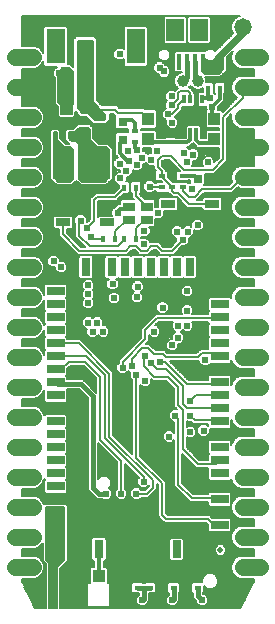
<source format=gtl>
G75*
%MOIN*%
%OFA0B0*%
%FSLAX25Y25*%
%IPPOS*%
%LPD*%
%AMOC8*
5,1,8,0,0,1.08239X$1,22.5*
%
%ADD10R,0.01575X0.05315*%
%ADD11R,0.05906X0.07480*%
%ADD12C,0.04331*%
%ADD13R,0.04921X0.02559*%
%ADD14R,0.03150X0.03150*%
%ADD15R,0.02400X0.01800*%
%ADD16C,0.05800*%
%ADD17R,0.04134X0.08661*%
%ADD18R,0.03937X0.04134*%
%ADD19R,0.01800X0.02400*%
%ADD20R,0.03150X0.05906*%
%ADD21R,0.05906X0.03150*%
%ADD22C,0.01969*%
%ADD23R,0.04331X0.04331*%
%ADD24R,0.03937X0.03150*%
%ADD25C,0.02781*%
%ADD26R,0.06299X0.11811*%
%ADD27R,0.03937X0.21654*%
%ADD28R,0.02800X0.04100*%
%ADD29R,0.07402X0.06811*%
%ADD30R,0.01181X0.03150*%
%ADD31R,0.03937X0.04331*%
%ADD32C,0.03962*%
%ADD33C,0.05800*%
%ADD34R,0.06299X0.03543*%
%ADD35R,0.01181X0.02362*%
%ADD36R,0.03150X0.10630*%
%ADD37C,0.01600*%
%ADD38C,0.02381*%
%ADD39C,0.01200*%
%ADD40C,0.00800*%
%ADD41C,0.00600*%
%ADD42C,0.01000*%
%ADD43C,0.01300*%
%ADD44C,0.02400*%
D10*
X0089045Y0187969D03*
X0091604Y0187969D03*
X0094163Y0187969D03*
X0096723Y0187969D03*
X0099282Y0187969D03*
D11*
X0098100Y0198500D03*
X0090226Y0198461D03*
D12*
X0083238Y0196335D02*
X0083238Y0200665D01*
X0105089Y0200665D02*
X0105089Y0196335D01*
D13*
X0102545Y0140551D03*
X0102545Y0134449D03*
X0087782Y0134449D03*
X0087782Y0140551D03*
X0067545Y0140551D03*
X0067545Y0134449D03*
X0052782Y0134449D03*
X0052782Y0140551D03*
D14*
X0072663Y0162047D03*
X0072663Y0167953D03*
X0097711Y0149000D03*
X0103616Y0149000D03*
D15*
X0092663Y0149900D03*
X0089163Y0149900D03*
X0085663Y0149900D03*
X0085663Y0146100D03*
X0089163Y0146100D03*
X0092663Y0146100D03*
X0099163Y0157100D03*
X0099163Y0160900D03*
X0088663Y0161100D03*
X0088663Y0164900D03*
X0076663Y0164900D03*
X0076663Y0161100D03*
X0077663Y0016400D03*
X0081663Y0016400D03*
X0089663Y0016400D03*
X0089663Y0012600D03*
X0081663Y0012600D03*
X0077663Y0012600D03*
X0097663Y0012600D03*
X0097663Y0016400D03*
D16*
X0112663Y0019500D02*
X0118463Y0019500D01*
X0118463Y0029500D02*
X0112663Y0029500D01*
X0112663Y0039500D02*
X0118463Y0039500D01*
X0118463Y0049500D02*
X0112663Y0049500D01*
X0112663Y0059500D02*
X0118463Y0059500D01*
X0118463Y0069500D02*
X0112663Y0069500D01*
X0112663Y0079500D02*
X0118463Y0079500D01*
X0118463Y0089500D02*
X0112663Y0089500D01*
X0112663Y0099500D02*
X0118463Y0099500D01*
X0118463Y0109500D02*
X0112663Y0109500D01*
X0112663Y0119500D02*
X0118463Y0119500D01*
X0118463Y0129500D02*
X0112663Y0129500D01*
X0112663Y0139500D02*
X0118463Y0139500D01*
X0118463Y0149500D02*
X0112663Y0149500D01*
X0112663Y0159500D02*
X0118463Y0159500D01*
X0118463Y0169500D02*
X0112663Y0169500D01*
X0112663Y0179500D02*
X0118463Y0179500D01*
X0118463Y0189500D02*
X0112663Y0189500D01*
X0042663Y0189500D02*
X0036863Y0189500D01*
X0036863Y0179500D02*
X0042663Y0179500D01*
X0042663Y0169500D02*
X0036863Y0169500D01*
X0036863Y0159500D02*
X0042663Y0159500D01*
X0042663Y0149500D02*
X0036863Y0149500D01*
X0036863Y0139500D02*
X0042663Y0139500D01*
X0042663Y0129500D02*
X0036863Y0129500D01*
X0036863Y0119500D02*
X0042663Y0119500D01*
X0042663Y0109500D02*
X0036863Y0109500D01*
X0036863Y0099500D02*
X0042663Y0099500D01*
X0042663Y0089500D02*
X0036863Y0089500D01*
X0036863Y0079500D02*
X0042663Y0079500D01*
X0042663Y0069500D02*
X0036863Y0069500D01*
X0036863Y0059500D02*
X0042663Y0059500D01*
X0042663Y0049500D02*
X0036863Y0049500D01*
X0036863Y0039500D02*
X0042663Y0039500D01*
X0042663Y0029500D02*
X0036863Y0029500D01*
X0036863Y0019500D02*
X0042663Y0019500D01*
D17*
X0058856Y0010500D03*
X0070471Y0010500D03*
D18*
X0064663Y0016514D03*
D19*
X0052563Y0018000D03*
X0048763Y0018000D03*
X0048763Y0014500D03*
X0048763Y0011000D03*
X0052563Y0011000D03*
X0052563Y0014500D03*
X0052563Y0007500D03*
X0048763Y0007500D03*
X0066263Y0129000D03*
X0070063Y0129000D03*
X0073263Y0129000D03*
X0077063Y0129000D03*
X0077063Y0146000D03*
X0073263Y0146000D03*
X0101263Y0179000D03*
X0105063Y0179000D03*
D20*
X0099317Y0119547D03*
X0094986Y0119547D03*
X0090656Y0119547D03*
X0086325Y0119547D03*
X0081994Y0119547D03*
X0077663Y0119547D03*
X0073333Y0119547D03*
X0069002Y0119547D03*
X0064671Y0119547D03*
X0060341Y0119547D03*
X0056010Y0119547D03*
X0056010Y0025453D03*
X0060341Y0025453D03*
X0064671Y0025453D03*
X0069002Y0025453D03*
X0073333Y0025453D03*
X0077663Y0025453D03*
X0081994Y0025453D03*
X0086325Y0025453D03*
X0090656Y0025453D03*
X0094986Y0025453D03*
X0099317Y0025453D03*
D21*
X0105026Y0029193D03*
X0105026Y0033524D03*
X0105026Y0037854D03*
X0105026Y0042185D03*
X0105026Y0046516D03*
X0105026Y0050846D03*
X0105026Y0055177D03*
X0105026Y0059508D03*
X0105026Y0063839D03*
X0105026Y0068169D03*
X0105026Y0072500D03*
X0105026Y0076831D03*
X0105026Y0081161D03*
X0105026Y0085492D03*
X0105026Y0089823D03*
X0105026Y0094154D03*
X0105026Y0098484D03*
X0105026Y0102815D03*
X0105026Y0107146D03*
X0105026Y0111476D03*
X0105026Y0115807D03*
X0050301Y0115807D03*
X0050301Y0111476D03*
X0050301Y0107146D03*
X0050301Y0102815D03*
X0050301Y0098484D03*
X0050301Y0094154D03*
X0050301Y0089823D03*
X0050301Y0085492D03*
X0050301Y0081161D03*
X0050301Y0076831D03*
X0050301Y0072500D03*
X0050301Y0068169D03*
X0050301Y0063839D03*
X0050301Y0059508D03*
X0050301Y0055177D03*
X0050301Y0050846D03*
X0050301Y0046516D03*
X0050301Y0042185D03*
X0050301Y0037854D03*
X0050301Y0033524D03*
X0050301Y0029193D03*
D22*
X0105223Y0025256D03*
D23*
X0098333Y0032146D03*
X0090065Y0032146D03*
X0081797Y0032146D03*
X0073530Y0032146D03*
X0065262Y0032146D03*
X0056994Y0032146D03*
X0056994Y0039232D03*
X0065262Y0039232D03*
X0073530Y0039232D03*
X0081797Y0039232D03*
X0090065Y0039232D03*
X0098333Y0039232D03*
X0098333Y0046319D03*
X0098333Y0060492D03*
X0056994Y0060492D03*
X0056994Y0046319D03*
X0056994Y0084508D03*
X0056994Y0098681D03*
X0056994Y0105768D03*
X0065262Y0105768D03*
X0073530Y0105768D03*
X0081797Y0105768D03*
X0090065Y0105768D03*
X0098333Y0105768D03*
X0098333Y0112854D03*
X0090065Y0112854D03*
X0081797Y0112854D03*
X0073530Y0112854D03*
X0065262Y0112854D03*
X0056994Y0112854D03*
X0098333Y0098681D03*
X0098333Y0084508D03*
D24*
X0080616Y0135335D03*
X0074711Y0135335D03*
X0074711Y0139665D03*
X0080616Y0139665D03*
D25*
X0081207Y0173957D03*
X0081207Y0177500D03*
X0077663Y0177500D03*
X0074120Y0177500D03*
X0074120Y0173957D03*
X0077663Y0173957D03*
X0077663Y0181043D03*
X0074120Y0181043D03*
X0081207Y0181043D03*
D26*
X0077049Y0193063D03*
X0050278Y0193063D03*
D27*
X0059726Y0184126D03*
X0067600Y0184126D03*
D28*
X0054604Y0177024D03*
X0048704Y0177024D03*
X0059693Y0164019D03*
X0065593Y0164019D03*
D29*
X0096163Y0170000D03*
D30*
X0095179Y0175512D03*
X0093211Y0175512D03*
X0097148Y0175512D03*
X0099116Y0175512D03*
X0099116Y0164488D03*
X0097148Y0164488D03*
X0095179Y0164488D03*
X0093211Y0164488D03*
D31*
X0103163Y0162154D03*
X0103163Y0168846D03*
X0081163Y0168846D03*
X0081163Y0162154D03*
D32*
X0092663Y0181500D03*
X0097663Y0181500D03*
D33*
X0112663Y0199500D03*
D34*
X0052663Y0167500D03*
D35*
X0052663Y0171437D03*
X0050104Y0171437D03*
X0055223Y0171437D03*
X0055223Y0163563D03*
X0052663Y0163563D03*
X0050104Y0163563D03*
D36*
X0053824Y0153525D03*
X0062486Y0153525D03*
D37*
X0092663Y0181500D02*
X0094163Y0183000D01*
X0094163Y0187969D01*
X0096723Y0187969D02*
X0096723Y0182441D01*
X0097663Y0181500D01*
X0099317Y0085492D02*
X0098333Y0084508D01*
X0099317Y0085492D02*
X0105026Y0085492D01*
X0062663Y0076500D02*
X0058663Y0080500D01*
X0050963Y0080500D01*
X0050301Y0081161D01*
X0062663Y0076500D02*
X0062663Y0046000D01*
X0064663Y0044000D01*
X0067163Y0044000D01*
X0098333Y0039232D02*
X0099711Y0037854D01*
X0105026Y0037854D01*
X0105026Y0029193D02*
X0104833Y0029000D01*
X0102663Y0029000D01*
X0099317Y0025654D01*
X0099317Y0025453D01*
X0097663Y0012600D02*
X0097663Y0010000D01*
X0099163Y0008500D01*
X0089663Y0009000D02*
X0089163Y0008500D01*
X0089663Y0009000D02*
X0089663Y0012600D01*
X0081663Y0012600D02*
X0079663Y0012600D01*
X0079663Y0009000D01*
X0079163Y0008500D01*
X0079663Y0012600D02*
X0077663Y0012600D01*
X0052563Y0011000D02*
X0052563Y0007500D01*
X0052563Y0011000D02*
X0052563Y0014500D01*
X0052563Y0018000D01*
D38*
X0055363Y0016000D03*
X0055363Y0013000D03*
X0060663Y0017000D03*
X0060663Y0020000D03*
X0056163Y0020000D03*
X0051163Y0023000D03*
X0050163Y0021500D03*
X0049163Y0023000D03*
X0050163Y0024500D03*
X0068663Y0020000D03*
X0076163Y0020000D03*
X0073863Y0016000D03*
X0073863Y0013000D03*
X0068663Y0017000D03*
X0082663Y0020000D03*
X0087163Y0020000D03*
X0093663Y0020000D03*
X0098663Y0020000D03*
X0104163Y0020000D03*
X0111163Y0014500D03*
X0111163Y0011500D03*
X0111163Y0007500D03*
X0099163Y0008500D03*
X0089163Y0008500D03*
X0079163Y0008500D03*
X0085663Y0016500D03*
X0093663Y0016500D03*
X0094163Y0032000D03*
X0085963Y0032000D03*
X0077663Y0030500D03*
X0094163Y0039000D03*
X0077163Y0044000D03*
X0072163Y0044000D03*
X0067163Y0044000D03*
X0061163Y0043000D03*
X0061163Y0039500D03*
X0045163Y0044500D03*
X0059163Y0056000D03*
X0066163Y0057000D03*
X0079663Y0048000D03*
X0087163Y0059500D03*
X0082663Y0061500D03*
X0088163Y0063000D03*
X0095163Y0064500D03*
X0099663Y0065000D03*
X0095163Y0070000D03*
X0090163Y0070000D03*
X0095163Y0075000D03*
X0087863Y0075700D03*
X0080163Y0081500D03*
X0077163Y0083500D03*
X0075663Y0086500D03*
X0072663Y0086000D03*
X0080163Y0090000D03*
X0082163Y0087500D03*
X0085163Y0088000D03*
X0084163Y0093000D03*
X0089163Y0093500D03*
X0091163Y0096000D03*
X0091163Y0100000D03*
X0094163Y0100000D03*
X0094163Y0105000D03*
X0085963Y0106000D03*
X0085863Y0109300D03*
X0077463Y0109500D03*
X0077663Y0113000D03*
X0069363Y0113900D03*
X0061163Y0113500D03*
X0061163Y0110500D03*
X0061163Y0107500D03*
X0069763Y0109200D03*
X0067163Y0101000D03*
X0064163Y0101000D03*
X0061163Y0101000D03*
X0062663Y0098000D03*
X0066163Y0098000D03*
X0066663Y0095000D03*
X0083163Y0098000D03*
X0100163Y0088500D03*
X0110663Y0084500D03*
X0073463Y0068400D03*
X0059163Y0074500D03*
X0060963Y0082400D03*
X0044663Y0094500D03*
X0044663Y0104500D03*
X0052163Y0119500D03*
X0049663Y0121500D03*
X0049363Y0124500D03*
X0062163Y0129500D03*
X0060663Y0132500D03*
X0058663Y0135000D03*
X0058663Y0138000D03*
X0070963Y0137600D03*
X0079863Y0131600D03*
X0079663Y0127200D03*
X0076163Y0124300D03*
X0083163Y0124300D03*
X0092663Y0128500D03*
X0094363Y0131300D03*
X0092663Y0134000D03*
X0090863Y0131300D03*
X0097663Y0133500D03*
X0084463Y0137500D03*
X0095663Y0145500D03*
X0081663Y0146300D03*
X0076763Y0150400D03*
X0077363Y0153500D03*
X0079163Y0156000D03*
X0077363Y0158400D03*
X0074363Y0158300D03*
X0074663Y0155000D03*
X0071663Y0154000D03*
X0073863Y0151700D03*
X0071863Y0149100D03*
X0066663Y0150000D03*
X0066663Y0158000D03*
X0059163Y0158500D03*
X0047663Y0165500D03*
X0047663Y0168500D03*
X0047663Y0171500D03*
X0063863Y0169600D03*
X0064963Y0171100D03*
X0066063Y0169600D03*
X0069163Y0169300D03*
X0087863Y0170500D03*
X0089163Y0167700D03*
X0088963Y0173500D03*
X0088963Y0176500D03*
X0101663Y0176000D03*
X0102463Y0173000D03*
X0108863Y0175600D03*
X0104663Y0185500D03*
X0102163Y0185500D03*
X0086463Y0184800D03*
X0084963Y0186000D03*
X0071663Y0190500D03*
X0054763Y0184200D03*
X0053163Y0185300D03*
X0051563Y0184200D03*
X0053163Y0183100D03*
X0081263Y0158200D03*
X0084263Y0158200D03*
X0082163Y0155300D03*
X0086563Y0154100D03*
X0094163Y0154500D03*
X0096163Y0157000D03*
X0093163Y0157700D03*
X0101163Y0154500D03*
X0102163Y0158000D03*
X0110663Y0114500D03*
X0094163Y0111500D03*
X0110663Y0064500D03*
X0099163Y0056500D03*
X0099163Y0051500D03*
X0045663Y0014500D03*
X0045663Y0011000D03*
X0045663Y0007500D03*
X0055363Y0007000D03*
X0055363Y0010000D03*
D39*
X0070963Y0137600D02*
X0070963Y0138300D01*
X0071663Y0139000D01*
X0074045Y0139000D01*
X0074711Y0139665D01*
X0092663Y0149900D02*
X0096811Y0149900D01*
X0097711Y0149000D01*
X0077363Y0158400D02*
X0076663Y0159100D01*
X0076663Y0161100D01*
X0076663Y0164900D02*
X0076663Y0167500D01*
X0075663Y0168500D01*
X0073211Y0168500D01*
X0072663Y0167953D01*
X0072663Y0162047D02*
X0071663Y0161047D01*
X0071663Y0157500D01*
X0074163Y0155000D01*
X0074663Y0155000D01*
X0081163Y0162154D02*
X0082217Y0161100D01*
X0088663Y0161100D01*
X0094263Y0161100D01*
X0095179Y0162016D01*
X0095179Y0164488D01*
X0097148Y0164488D02*
X0097148Y0162016D01*
X0098163Y0161000D01*
X0099063Y0161000D01*
X0099163Y0160900D01*
X0101910Y0160900D01*
X0103163Y0162154D01*
X0103163Y0168846D02*
X0102463Y0169546D01*
X0102463Y0173000D01*
X0105063Y0175600D01*
X0105063Y0179000D01*
X0101263Y0179000D02*
X0101263Y0176400D01*
X0101663Y0176000D01*
X0099116Y0176000D01*
X0099116Y0175512D01*
D40*
X0095179Y0175512D02*
X0095163Y0175528D01*
X0095163Y0177500D01*
X0094463Y0178200D01*
X0091863Y0178200D01*
X0091163Y0177500D01*
X0091163Y0175600D01*
X0089063Y0173500D01*
X0088963Y0173500D01*
X0091263Y0173700D02*
X0091263Y0172500D01*
X0089263Y0170500D01*
X0087863Y0170500D01*
X0081163Y0168846D02*
X0079010Y0171000D01*
X0071163Y0171000D01*
X0070263Y0171900D01*
X0065763Y0171900D01*
X0064963Y0171100D01*
X0084363Y0155100D02*
X0085763Y0156500D01*
X0087163Y0156500D01*
X0087663Y0156500D01*
X0088663Y0156500D01*
X0093163Y0152000D01*
X0102663Y0152000D01*
X0106163Y0155500D01*
X0106163Y0169500D01*
X0112663Y0176000D01*
X0112663Y0179500D01*
X0093211Y0175512D02*
X0093075Y0175512D01*
X0091263Y0173700D01*
X0084363Y0155100D02*
X0084363Y0152800D01*
X0085663Y0151500D01*
X0085663Y0149900D01*
X0085663Y0149600D01*
X0085863Y0149600D01*
X0089163Y0146300D01*
X0089163Y0146100D01*
X0089163Y0144800D01*
X0089863Y0144100D01*
X0091163Y0144100D01*
X0094712Y0140551D01*
X0102545Y0140551D01*
X0099163Y0145500D02*
X0096663Y0143000D01*
X0094663Y0143000D01*
X0092663Y0145000D01*
X0092663Y0146100D01*
X0085663Y0146100D02*
X0085463Y0146300D01*
X0081663Y0146300D01*
X0077063Y0146000D02*
X0077063Y0143218D01*
X0080616Y0139665D01*
X0080616Y0135335D02*
X0079998Y0135335D01*
X0077063Y0132400D01*
X0077063Y0129000D01*
X0077163Y0126500D02*
X0075163Y0126500D01*
X0073663Y0125000D01*
X0058163Y0125000D01*
X0052782Y0130382D01*
X0052782Y0134449D01*
X0058163Y0134500D02*
X0058663Y0135000D01*
X0058163Y0134500D02*
X0058163Y0130000D01*
X0061663Y0126500D01*
X0071163Y0126500D01*
X0073263Y0128600D01*
X0073263Y0129000D01*
X0070063Y0129000D02*
X0070063Y0131400D01*
X0073998Y0135335D01*
X0074711Y0135335D01*
X0063163Y0135000D02*
X0060663Y0132500D01*
X0062163Y0129500D02*
X0062663Y0129000D01*
X0066263Y0129000D01*
X0063163Y0135000D02*
X0063163Y0142000D01*
X0064163Y0143000D01*
X0070263Y0143000D01*
X0073263Y0146000D01*
X0099163Y0145500D02*
X0108663Y0145500D01*
X0112663Y0149500D01*
X0092663Y0128500D02*
X0089163Y0125000D01*
X0085663Y0125000D01*
X0084163Y0126500D01*
X0082163Y0126500D01*
X0080663Y0125000D01*
X0078663Y0125000D01*
X0077163Y0126500D01*
X0084163Y0102500D02*
X0080163Y0098500D01*
X0080163Y0095500D01*
X0072663Y0088000D01*
X0072663Y0086000D01*
X0075663Y0086500D02*
X0075663Y0089000D01*
X0079163Y0092500D01*
X0081163Y0092500D01*
X0083163Y0090500D01*
X0086163Y0090500D01*
X0087163Y0089500D01*
X0097663Y0089500D01*
X0099163Y0091000D01*
X0103849Y0091000D01*
X0105026Y0089823D01*
X0105026Y0081161D02*
X0104364Y0080500D01*
X0094163Y0080500D01*
X0086663Y0088000D01*
X0085163Y0088000D01*
X0084163Y0085500D02*
X0082163Y0087500D01*
X0079663Y0086500D02*
X0079663Y0089500D01*
X0080163Y0090000D01*
X0079663Y0086500D02*
X0083163Y0083000D01*
X0087663Y0083000D01*
X0091163Y0079500D01*
X0091163Y0073500D01*
X0092663Y0072000D01*
X0092663Y0059000D01*
X0097663Y0054000D01*
X0103849Y0054000D01*
X0105026Y0055177D01*
X0095663Y0042500D02*
X0091163Y0047000D01*
X0091163Y0069000D01*
X0090163Y0070000D01*
X0094163Y0072500D02*
X0092663Y0074000D01*
X0092663Y0080000D01*
X0087163Y0085500D01*
X0084163Y0085500D01*
X0077163Y0083500D02*
X0077163Y0056000D01*
X0085663Y0047500D01*
X0085663Y0037000D01*
X0087163Y0035500D01*
X0101163Y0035500D01*
X0103140Y0033524D01*
X0105026Y0033524D01*
X0105026Y0042185D02*
X0104711Y0042500D01*
X0095663Y0042500D01*
X0082663Y0046000D02*
X0082663Y0048500D01*
X0068163Y0063000D01*
X0068163Y0084000D01*
X0058010Y0094154D01*
X0050301Y0094154D01*
X0050301Y0089823D02*
X0060341Y0089823D01*
X0066663Y0083500D01*
X0066663Y0062500D01*
X0079663Y0049500D01*
X0079663Y0048000D01*
X0082663Y0046000D02*
X0080663Y0044000D01*
X0077163Y0044000D01*
X0072163Y0044000D02*
X0072163Y0055000D01*
X0065163Y0062000D01*
X0065163Y0083000D01*
X0060163Y0088000D01*
X0054663Y0088000D01*
X0052156Y0085492D01*
X0050301Y0085492D01*
X0084163Y0102500D02*
X0104711Y0102500D01*
X0105026Y0102815D01*
X0105026Y0076831D02*
X0096994Y0076831D01*
X0095163Y0075000D01*
X0094163Y0072500D02*
X0105026Y0072500D01*
X0104695Y0068500D02*
X0096663Y0068500D01*
X0095163Y0070000D01*
X0104695Y0068500D02*
X0105026Y0068169D01*
D41*
X0038963Y0015700D02*
X0038963Y0014807D01*
X0043467Y0005800D01*
X0046963Y0005800D01*
X0046963Y0020503D01*
X0046666Y0020800D01*
X0045963Y0021503D01*
X0045963Y0027537D01*
X0045885Y0027347D01*
X0044816Y0026279D01*
X0043419Y0025700D01*
X0038963Y0025700D01*
X0038963Y0023300D01*
X0043419Y0023300D01*
X0044816Y0022721D01*
X0045885Y0021653D01*
X0046463Y0020256D01*
X0046463Y0018744D01*
X0045885Y0017347D01*
X0044816Y0016279D01*
X0043419Y0015700D01*
X0038963Y0015700D01*
X0038963Y0015273D02*
X0046963Y0015273D01*
X0046963Y0014675D02*
X0039030Y0014675D01*
X0039329Y0014076D02*
X0046963Y0014076D01*
X0046963Y0013478D02*
X0039628Y0013478D01*
X0039927Y0012879D02*
X0046963Y0012879D01*
X0046963Y0012281D02*
X0040227Y0012281D01*
X0040526Y0011682D02*
X0046963Y0011682D01*
X0046963Y0011084D02*
X0040825Y0011084D01*
X0041124Y0010485D02*
X0046963Y0010485D01*
X0046963Y0009887D02*
X0041424Y0009887D01*
X0041723Y0009288D02*
X0046963Y0009288D01*
X0046963Y0008690D02*
X0042022Y0008690D01*
X0042321Y0008091D02*
X0046963Y0008091D01*
X0046963Y0007493D02*
X0042621Y0007493D01*
X0042920Y0006894D02*
X0046963Y0006894D01*
X0046963Y0006296D02*
X0043219Y0006296D01*
X0048163Y0006296D02*
X0050663Y0006296D01*
X0050663Y0005800D02*
X0048163Y0005800D01*
X0048163Y0021000D01*
X0047163Y0022000D01*
X0047163Y0039500D01*
X0053163Y0039500D01*
X0053163Y0022000D01*
X0050663Y0019500D01*
X0050663Y0005800D01*
X0050663Y0006894D02*
X0048163Y0006894D01*
X0048163Y0007493D02*
X0050663Y0007493D01*
X0050663Y0008091D02*
X0048163Y0008091D01*
X0048163Y0008690D02*
X0050663Y0008690D01*
X0050663Y0009288D02*
X0048163Y0009288D01*
X0048163Y0009887D02*
X0050663Y0009887D01*
X0050663Y0010485D02*
X0048163Y0010485D01*
X0048163Y0011084D02*
X0050663Y0011084D01*
X0050663Y0011682D02*
X0048163Y0011682D01*
X0048163Y0012281D02*
X0050663Y0012281D01*
X0050663Y0012879D02*
X0048163Y0012879D01*
X0048163Y0013478D02*
X0050663Y0013478D01*
X0050663Y0014076D02*
X0048163Y0014076D01*
X0048163Y0014675D02*
X0050663Y0014675D01*
X0050663Y0015273D02*
X0048163Y0015273D01*
X0048163Y0015872D02*
X0050663Y0015872D01*
X0050663Y0016470D02*
X0048163Y0016470D01*
X0048163Y0017069D02*
X0050663Y0017069D01*
X0050663Y0017667D02*
X0048163Y0017667D01*
X0048163Y0018266D02*
X0050663Y0018266D01*
X0050663Y0018864D02*
X0048163Y0018864D01*
X0048163Y0019463D02*
X0050663Y0019463D01*
X0051225Y0020061D02*
X0048163Y0020061D01*
X0048163Y0020660D02*
X0051823Y0020660D01*
X0052422Y0021258D02*
X0047905Y0021258D01*
X0047307Y0021857D02*
X0053020Y0021857D01*
X0053163Y0022455D02*
X0047163Y0022455D01*
X0047163Y0023054D02*
X0053163Y0023054D01*
X0053163Y0023652D02*
X0047163Y0023652D01*
X0047163Y0024251D02*
X0053163Y0024251D01*
X0053163Y0024849D02*
X0047163Y0024849D01*
X0047163Y0025448D02*
X0053163Y0025448D01*
X0053163Y0026046D02*
X0047163Y0026046D01*
X0047163Y0026645D02*
X0053163Y0026645D01*
X0053163Y0027243D02*
X0047163Y0027243D01*
X0047163Y0027842D02*
X0053163Y0027842D01*
X0053163Y0028440D02*
X0047163Y0028440D01*
X0047163Y0029039D02*
X0053163Y0029039D01*
X0053163Y0029637D02*
X0047163Y0029637D01*
X0047163Y0030236D02*
X0053163Y0030236D01*
X0053163Y0030834D02*
X0047163Y0030834D01*
X0047163Y0031433D02*
X0053163Y0031433D01*
X0053163Y0032032D02*
X0047163Y0032032D01*
X0047163Y0032630D02*
X0053163Y0032630D01*
X0053163Y0033229D02*
X0047163Y0033229D01*
X0047163Y0033827D02*
X0053163Y0033827D01*
X0053163Y0034426D02*
X0047163Y0034426D01*
X0047163Y0035024D02*
X0053163Y0035024D01*
X0053163Y0035623D02*
X0047163Y0035623D01*
X0047163Y0036221D02*
X0053163Y0036221D01*
X0053163Y0036820D02*
X0047163Y0036820D01*
X0047163Y0037418D02*
X0053163Y0037418D01*
X0053163Y0038017D02*
X0047163Y0038017D01*
X0047163Y0038615D02*
X0053163Y0038615D01*
X0053163Y0039214D02*
X0047163Y0039214D01*
X0046393Y0040426D02*
X0045885Y0041653D01*
X0044816Y0042721D01*
X0043419Y0043300D01*
X0038963Y0043300D01*
X0038963Y0045700D01*
X0043419Y0045700D01*
X0044816Y0046279D01*
X0045885Y0047347D01*
X0046463Y0048744D01*
X0046463Y0048884D01*
X0046666Y0048681D01*
X0046449Y0048463D01*
X0046449Y0044568D01*
X0046976Y0044041D01*
X0053627Y0044041D01*
X0054154Y0044568D01*
X0054154Y0048463D01*
X0053936Y0048681D01*
X0054154Y0048899D01*
X0054154Y0052794D01*
X0053936Y0053012D01*
X0054154Y0053230D01*
X0054154Y0057125D01*
X0053936Y0057343D01*
X0054154Y0057560D01*
X0054154Y0061455D01*
X0053936Y0061673D01*
X0054154Y0061891D01*
X0054154Y0065786D01*
X0053936Y0066004D01*
X0054154Y0066222D01*
X0054154Y0070117D01*
X0053627Y0070644D01*
X0046976Y0070644D01*
X0046463Y0070132D01*
X0046463Y0070256D01*
X0045885Y0071653D01*
X0044816Y0072721D01*
X0043419Y0073300D01*
X0038963Y0073300D01*
X0038963Y0075700D01*
X0043419Y0075700D01*
X0044816Y0076279D01*
X0045885Y0077347D01*
X0046449Y0078708D01*
X0046449Y0074883D01*
X0046976Y0074356D01*
X0053627Y0074356D01*
X0054154Y0074883D01*
X0054154Y0078778D01*
X0054132Y0078800D01*
X0057959Y0078800D01*
X0060963Y0075796D01*
X0060963Y0045296D01*
X0062963Y0043296D01*
X0063959Y0042300D01*
X0065907Y0042300D01*
X0066298Y0041909D01*
X0068029Y0041909D01*
X0069254Y0043134D01*
X0069254Y0044866D01*
X0068080Y0046040D01*
X0068634Y0046595D01*
X0068634Y0048482D01*
X0067300Y0049817D01*
X0065413Y0049817D01*
X0064363Y0048767D01*
X0064363Y0060962D01*
X0070863Y0054462D01*
X0070863Y0045656D01*
X0070073Y0044866D01*
X0070073Y0043134D01*
X0071298Y0041909D01*
X0073029Y0041909D01*
X0074254Y0043134D01*
X0074254Y0044866D01*
X0073463Y0045656D01*
X0073463Y0053862D01*
X0078016Y0049309D01*
X0077573Y0048866D01*
X0077573Y0047134D01*
X0078798Y0045909D01*
X0080529Y0045909D01*
X0081363Y0046744D01*
X0081363Y0046538D01*
X0080125Y0045300D01*
X0078820Y0045300D01*
X0078029Y0046091D01*
X0076298Y0046091D01*
X0075073Y0044866D01*
X0075073Y0043134D01*
X0076298Y0041909D01*
X0078029Y0041909D01*
X0078820Y0042700D01*
X0081202Y0042700D01*
X0081963Y0043462D01*
X0083202Y0044700D01*
X0083963Y0045462D01*
X0083963Y0047362D01*
X0084363Y0046962D01*
X0084363Y0036462D01*
X0085125Y0035700D01*
X0086625Y0034200D01*
X0100625Y0034200D01*
X0101173Y0033652D01*
X0101173Y0031576D01*
X0101700Y0031049D01*
X0108351Y0031049D01*
X0108878Y0031576D01*
X0108878Y0035471D01*
X0108351Y0035998D01*
X0102504Y0035998D01*
X0102463Y0036038D01*
X0102463Y0036038D01*
X0101702Y0036800D01*
X0087702Y0036800D01*
X0086963Y0037538D01*
X0086963Y0048038D01*
X0078463Y0056538D01*
X0078463Y0080244D01*
X0079298Y0079409D01*
X0081029Y0079409D01*
X0082254Y0080634D01*
X0082254Y0082071D01*
X0082625Y0081700D01*
X0087125Y0081700D01*
X0089863Y0078962D01*
X0089863Y0072962D01*
X0090625Y0072200D01*
X0090734Y0072091D01*
X0089298Y0072091D01*
X0088073Y0070866D01*
X0088073Y0069134D01*
X0089298Y0067909D01*
X0089863Y0067909D01*
X0089863Y0064256D01*
X0089029Y0065091D01*
X0087298Y0065091D01*
X0086073Y0063866D01*
X0086073Y0062134D01*
X0087298Y0060909D01*
X0089029Y0060909D01*
X0089863Y0061744D01*
X0089863Y0046462D01*
X0090625Y0045700D01*
X0095125Y0041200D01*
X0101173Y0041200D01*
X0101173Y0040237D01*
X0101700Y0039710D01*
X0108351Y0039710D01*
X0108863Y0040223D01*
X0108863Y0038744D01*
X0109442Y0037347D01*
X0110511Y0036279D01*
X0111908Y0035700D01*
X0116363Y0035700D01*
X0116363Y0033300D01*
X0111908Y0033300D01*
X0110511Y0032721D01*
X0109442Y0031653D01*
X0108863Y0030256D01*
X0108863Y0028744D01*
X0109442Y0027347D01*
X0110511Y0026279D01*
X0111908Y0025700D01*
X0116363Y0025700D01*
X0116363Y0023300D01*
X0111908Y0023300D01*
X0110511Y0022721D01*
X0109442Y0021653D01*
X0108863Y0020256D01*
X0108863Y0018744D01*
X0109442Y0017347D01*
X0110511Y0016279D01*
X0111908Y0015700D01*
X0116363Y0015700D01*
X0116363Y0014807D01*
X0111860Y0005800D01*
X0051863Y0005800D01*
X0051863Y0019003D01*
X0054363Y0021503D01*
X0054363Y0039997D01*
X0053661Y0040700D01*
X0046666Y0040700D01*
X0046393Y0040426D01*
X0046151Y0041009D02*
X0084363Y0041009D01*
X0084363Y0040411D02*
X0053950Y0040411D01*
X0054363Y0039812D02*
X0084363Y0039812D01*
X0084363Y0039214D02*
X0054363Y0039214D01*
X0054363Y0038615D02*
X0084363Y0038615D01*
X0084363Y0038017D02*
X0054363Y0038017D01*
X0054363Y0037418D02*
X0084363Y0037418D01*
X0084363Y0036820D02*
X0054363Y0036820D01*
X0054363Y0036221D02*
X0084604Y0036221D01*
X0085202Y0035623D02*
X0054363Y0035623D01*
X0054363Y0035024D02*
X0085801Y0035024D01*
X0086399Y0034426D02*
X0054363Y0034426D01*
X0054363Y0033827D02*
X0100998Y0033827D01*
X0101173Y0033229D02*
X0054363Y0033229D01*
X0054363Y0032630D02*
X0101173Y0032630D01*
X0101173Y0032032D02*
X0054363Y0032032D01*
X0054363Y0031433D02*
X0101316Y0031433D01*
X0102281Y0036221D02*
X0110650Y0036221D01*
X0109970Y0036820D02*
X0087682Y0036820D01*
X0087084Y0037418D02*
X0109413Y0037418D01*
X0109165Y0038017D02*
X0086963Y0038017D01*
X0086963Y0038615D02*
X0108917Y0038615D01*
X0108863Y0039214D02*
X0086963Y0039214D01*
X0086963Y0039812D02*
X0101598Y0039812D01*
X0101173Y0040411D02*
X0086963Y0040411D01*
X0086963Y0041009D02*
X0101173Y0041009D01*
X0101173Y0043800D02*
X0096202Y0043800D01*
X0092463Y0047538D01*
X0092463Y0057362D01*
X0097125Y0052700D01*
X0101173Y0052700D01*
X0101173Y0048899D01*
X0101700Y0048372D01*
X0108351Y0048372D01*
X0108863Y0048884D01*
X0108863Y0048744D01*
X0109442Y0047347D01*
X0110511Y0046279D01*
X0111908Y0045700D01*
X0116363Y0045700D01*
X0116363Y0043300D01*
X0111908Y0043300D01*
X0110511Y0042721D01*
X0109442Y0041653D01*
X0108878Y0040292D01*
X0108878Y0044133D01*
X0108351Y0044660D01*
X0101700Y0044660D01*
X0101173Y0044133D01*
X0101173Y0043800D01*
X0101173Y0044002D02*
X0096000Y0044002D01*
X0095402Y0044600D02*
X0101641Y0044600D01*
X0094803Y0045199D02*
X0116363Y0045199D01*
X0116363Y0044600D02*
X0108411Y0044600D01*
X0108878Y0044002D02*
X0116363Y0044002D01*
X0116363Y0043403D02*
X0108878Y0043403D01*
X0108878Y0042805D02*
X0110712Y0042805D01*
X0109996Y0042206D02*
X0108878Y0042206D01*
X0108878Y0041608D02*
X0109423Y0041608D01*
X0109176Y0041009D02*
X0108878Y0041009D01*
X0108878Y0040411D02*
X0108928Y0040411D01*
X0108863Y0039812D02*
X0108453Y0039812D01*
X0108727Y0035623D02*
X0116363Y0035623D01*
X0116363Y0035024D02*
X0108878Y0035024D01*
X0108878Y0034426D02*
X0116363Y0034426D01*
X0116363Y0033827D02*
X0108878Y0033827D01*
X0108878Y0033229D02*
X0111735Y0033229D01*
X0110420Y0032630D02*
X0108878Y0032630D01*
X0108878Y0032032D02*
X0109821Y0032032D01*
X0109351Y0031433D02*
X0108735Y0031433D01*
X0109103Y0030834D02*
X0054363Y0030834D01*
X0054363Y0030236D02*
X0108863Y0030236D01*
X0108863Y0029637D02*
X0054363Y0029637D01*
X0054363Y0029039D02*
X0062245Y0029039D01*
X0062047Y0028840D02*
X0062662Y0029455D01*
X0066681Y0029455D01*
X0067296Y0028840D01*
X0067296Y0022065D01*
X0066681Y0021450D01*
X0066371Y0021450D01*
X0066371Y0019631D01*
X0067067Y0019631D01*
X0067682Y0019016D01*
X0067682Y0014300D01*
X0068288Y0014300D01*
X0068463Y0014124D01*
X0068463Y0006376D01*
X0068288Y0006200D01*
X0061039Y0006200D01*
X0060863Y0006376D01*
X0060863Y0014124D01*
X0061039Y0014300D01*
X0061645Y0014300D01*
X0061645Y0019016D01*
X0062260Y0019631D01*
X0062971Y0019631D01*
X0062971Y0021450D01*
X0062662Y0021450D01*
X0062047Y0022065D01*
X0062047Y0028840D01*
X0062047Y0028440D02*
X0054363Y0028440D01*
X0054363Y0027842D02*
X0062047Y0027842D01*
X0062047Y0027243D02*
X0054363Y0027243D01*
X0054363Y0026645D02*
X0062047Y0026645D01*
X0062047Y0026046D02*
X0054363Y0026046D01*
X0054363Y0025448D02*
X0062047Y0025448D01*
X0062047Y0024849D02*
X0054363Y0024849D01*
X0054363Y0024251D02*
X0062047Y0024251D01*
X0062047Y0023652D02*
X0054363Y0023652D01*
X0054363Y0023054D02*
X0062047Y0023054D01*
X0062047Y0022455D02*
X0054363Y0022455D01*
X0054363Y0021857D02*
X0062255Y0021857D01*
X0062971Y0021258D02*
X0054119Y0021258D01*
X0053520Y0020660D02*
X0062971Y0020660D01*
X0062971Y0020061D02*
X0052922Y0020061D01*
X0052323Y0019463D02*
X0062092Y0019463D01*
X0061645Y0018864D02*
X0051863Y0018864D01*
X0051863Y0018266D02*
X0061645Y0018266D01*
X0061645Y0017667D02*
X0051863Y0017667D01*
X0051863Y0017069D02*
X0061645Y0017069D01*
X0061645Y0016470D02*
X0051863Y0016470D01*
X0051863Y0015872D02*
X0061645Y0015872D01*
X0061645Y0015273D02*
X0051863Y0015273D01*
X0051863Y0014675D02*
X0061645Y0014675D01*
X0060863Y0014076D02*
X0051863Y0014076D01*
X0051863Y0013478D02*
X0060863Y0013478D01*
X0060863Y0012879D02*
X0051863Y0012879D01*
X0051863Y0012281D02*
X0060863Y0012281D01*
X0060863Y0011682D02*
X0051863Y0011682D01*
X0051863Y0011084D02*
X0060863Y0011084D01*
X0060863Y0010485D02*
X0051863Y0010485D01*
X0051863Y0009887D02*
X0060863Y0009887D01*
X0060863Y0009288D02*
X0051863Y0009288D01*
X0051863Y0008690D02*
X0060863Y0008690D01*
X0060863Y0008091D02*
X0051863Y0008091D01*
X0051863Y0007493D02*
X0060863Y0007493D01*
X0060863Y0006894D02*
X0051863Y0006894D01*
X0051863Y0006296D02*
X0060944Y0006296D01*
X0068383Y0006296D02*
X0112108Y0006296D01*
X0112407Y0006894D02*
X0100514Y0006894D01*
X0100029Y0006409D02*
X0101254Y0007634D01*
X0101254Y0009366D01*
X0100029Y0010591D01*
X0099477Y0010591D01*
X0099363Y0010704D01*
X0099363Y0010927D01*
X0099763Y0011327D01*
X0099763Y0013109D01*
X0100276Y0012596D01*
X0101258Y0012190D01*
X0102321Y0012190D01*
X0103303Y0012596D01*
X0104054Y0013348D01*
X0104461Y0014330D01*
X0104461Y0015393D01*
X0104054Y0016375D01*
X0103303Y0017126D01*
X0102321Y0017533D01*
X0101258Y0017533D01*
X0100276Y0017126D01*
X0099525Y0016375D01*
X0099118Y0015393D01*
X0099118Y0014400D01*
X0096091Y0014400D01*
X0095563Y0013873D01*
X0095563Y0011327D01*
X0095963Y0010927D01*
X0095963Y0009296D01*
X0096959Y0008300D01*
X0097073Y0008186D01*
X0097073Y0007634D01*
X0098298Y0006409D01*
X0100029Y0006409D01*
X0101113Y0007493D02*
X0112706Y0007493D01*
X0113006Y0008091D02*
X0101254Y0008091D01*
X0101254Y0008690D02*
X0113305Y0008690D01*
X0113604Y0009288D02*
X0101254Y0009288D01*
X0100733Y0009887D02*
X0113903Y0009887D01*
X0114203Y0010485D02*
X0100135Y0010485D01*
X0099520Y0011084D02*
X0114502Y0011084D01*
X0114801Y0011682D02*
X0099763Y0011682D01*
X0099763Y0012281D02*
X0101039Y0012281D01*
X0099993Y0012879D02*
X0099763Y0012879D01*
X0099118Y0014675D02*
X0067682Y0014675D01*
X0067682Y0015273D02*
X0099118Y0015273D01*
X0099316Y0015872D02*
X0067682Y0015872D01*
X0067682Y0016470D02*
X0099620Y0016470D01*
X0100218Y0017069D02*
X0067682Y0017069D01*
X0067682Y0017667D02*
X0109310Y0017667D01*
X0109062Y0018266D02*
X0067682Y0018266D01*
X0067682Y0018864D02*
X0108863Y0018864D01*
X0108863Y0019463D02*
X0067235Y0019463D01*
X0066371Y0020061D02*
X0108863Y0020061D01*
X0109031Y0020660D02*
X0066371Y0020660D01*
X0066371Y0021258D02*
X0109279Y0021258D01*
X0109646Y0021857D02*
X0092860Y0021857D01*
X0092603Y0021600D02*
X0093130Y0022127D01*
X0093130Y0028778D01*
X0092603Y0029305D01*
X0088708Y0029305D01*
X0088181Y0028778D01*
X0088181Y0022127D01*
X0088708Y0021600D01*
X0092603Y0021600D01*
X0093130Y0022455D02*
X0110245Y0022455D01*
X0111313Y0023054D02*
X0093130Y0023054D01*
X0093130Y0023652D02*
X0104161Y0023652D01*
X0104442Y0023372D02*
X0106003Y0023372D01*
X0107107Y0024475D01*
X0107107Y0026036D01*
X0106003Y0027140D01*
X0104442Y0027140D01*
X0103338Y0026036D01*
X0103338Y0024475D01*
X0104442Y0023372D01*
X0103563Y0024251D02*
X0093130Y0024251D01*
X0093130Y0024849D02*
X0103338Y0024849D01*
X0103338Y0025448D02*
X0093130Y0025448D01*
X0093130Y0026046D02*
X0103348Y0026046D01*
X0103947Y0026645D02*
X0093130Y0026645D01*
X0093130Y0027243D02*
X0109546Y0027243D01*
X0109237Y0027842D02*
X0093130Y0027842D01*
X0093130Y0028440D02*
X0108989Y0028440D01*
X0108863Y0029039D02*
X0092870Y0029039D01*
X0088441Y0029039D02*
X0067098Y0029039D01*
X0067296Y0028440D02*
X0088181Y0028440D01*
X0088181Y0027842D02*
X0067296Y0027842D01*
X0067296Y0027243D02*
X0088181Y0027243D01*
X0088181Y0026645D02*
X0067296Y0026645D01*
X0067296Y0026046D02*
X0088181Y0026046D01*
X0088181Y0025448D02*
X0067296Y0025448D01*
X0067296Y0024849D02*
X0088181Y0024849D01*
X0088181Y0024251D02*
X0067296Y0024251D01*
X0067296Y0023652D02*
X0088181Y0023652D01*
X0088181Y0023054D02*
X0067296Y0023054D01*
X0067296Y0022455D02*
X0088181Y0022455D01*
X0088451Y0021857D02*
X0067088Y0021857D01*
X0068463Y0014076D02*
X0075767Y0014076D01*
X0075563Y0013873D02*
X0075563Y0011327D01*
X0076091Y0010800D01*
X0077963Y0010800D01*
X0077963Y0010256D01*
X0077073Y0009366D01*
X0077073Y0007634D01*
X0078298Y0006409D01*
X0080029Y0006409D01*
X0081254Y0007634D01*
X0081254Y0008186D01*
X0081363Y0008296D01*
X0081363Y0010800D01*
X0083236Y0010800D01*
X0083763Y0011327D01*
X0083763Y0013873D01*
X0083236Y0014400D01*
X0080091Y0014400D01*
X0079991Y0014300D01*
X0079336Y0014300D01*
X0079236Y0014400D01*
X0076091Y0014400D01*
X0075563Y0013873D01*
X0075563Y0013478D02*
X0068463Y0013478D01*
X0068463Y0012879D02*
X0075563Y0012879D01*
X0075563Y0012281D02*
X0068463Y0012281D01*
X0068463Y0011682D02*
X0075563Y0011682D01*
X0075807Y0011084D02*
X0068463Y0011084D01*
X0068463Y0010485D02*
X0077963Y0010485D01*
X0077594Y0009887D02*
X0068463Y0009887D01*
X0068463Y0009288D02*
X0077073Y0009288D01*
X0077073Y0008690D02*
X0068463Y0008690D01*
X0068463Y0008091D02*
X0077073Y0008091D01*
X0077214Y0007493D02*
X0068463Y0007493D01*
X0068463Y0006894D02*
X0077813Y0006894D01*
X0080514Y0006894D02*
X0087813Y0006894D01*
X0088298Y0006409D02*
X0087073Y0007634D01*
X0087073Y0009366D01*
X0087963Y0010256D01*
X0087963Y0010927D01*
X0087563Y0011327D01*
X0087563Y0013873D01*
X0088091Y0014400D01*
X0091236Y0014400D01*
X0091763Y0013873D01*
X0091763Y0011327D01*
X0091363Y0010927D01*
X0091363Y0008296D01*
X0091254Y0008186D01*
X0091254Y0007634D01*
X0090029Y0006409D01*
X0088298Y0006409D01*
X0087214Y0007493D02*
X0081113Y0007493D01*
X0081254Y0008091D02*
X0087073Y0008091D01*
X0087073Y0008690D02*
X0081363Y0008690D01*
X0081363Y0009288D02*
X0087073Y0009288D01*
X0087594Y0009887D02*
X0081363Y0009887D01*
X0081363Y0010485D02*
X0087963Y0010485D01*
X0087807Y0011084D02*
X0083520Y0011084D01*
X0083763Y0011682D02*
X0087563Y0011682D01*
X0087563Y0012281D02*
X0083763Y0012281D01*
X0083763Y0012879D02*
X0087563Y0012879D01*
X0087563Y0013478D02*
X0083763Y0013478D01*
X0083560Y0014076D02*
X0087767Y0014076D01*
X0091560Y0014076D02*
X0095767Y0014076D01*
X0095563Y0013478D02*
X0091763Y0013478D01*
X0091763Y0012879D02*
X0095563Y0012879D01*
X0095563Y0012281D02*
X0091763Y0012281D01*
X0091763Y0011682D02*
X0095563Y0011682D01*
X0095807Y0011084D02*
X0091520Y0011084D01*
X0091363Y0010485D02*
X0095963Y0010485D01*
X0095963Y0009887D02*
X0091363Y0009887D01*
X0091363Y0009288D02*
X0095971Y0009288D01*
X0096570Y0008690D02*
X0091363Y0008690D01*
X0091254Y0008091D02*
X0097073Y0008091D01*
X0097214Y0007493D02*
X0091113Y0007493D01*
X0090514Y0006894D02*
X0097813Y0006894D01*
X0102540Y0012281D02*
X0115100Y0012281D01*
X0115400Y0012879D02*
X0103585Y0012879D01*
X0104108Y0013478D02*
X0115699Y0013478D01*
X0115998Y0014076D02*
X0104356Y0014076D01*
X0104461Y0014675D02*
X0116297Y0014675D01*
X0116363Y0015273D02*
X0104461Y0015273D01*
X0104263Y0015872D02*
X0111493Y0015872D01*
X0110319Y0016470D02*
X0103959Y0016470D01*
X0103360Y0017069D02*
X0109721Y0017069D01*
X0106284Y0023652D02*
X0116363Y0023652D01*
X0116363Y0024251D02*
X0106882Y0024251D01*
X0107107Y0024849D02*
X0116363Y0024849D01*
X0116363Y0025448D02*
X0107107Y0025448D01*
X0107097Y0026046D02*
X0111071Y0026046D01*
X0110145Y0026645D02*
X0106498Y0026645D01*
X0094717Y0041608D02*
X0086963Y0041608D01*
X0086963Y0042206D02*
X0094119Y0042206D01*
X0093520Y0042805D02*
X0086963Y0042805D01*
X0086963Y0043403D02*
X0092922Y0043403D01*
X0092323Y0044002D02*
X0086963Y0044002D01*
X0086963Y0044600D02*
X0091725Y0044600D01*
X0091126Y0045199D02*
X0086963Y0045199D01*
X0086963Y0045797D02*
X0090528Y0045797D01*
X0089929Y0046396D02*
X0086963Y0046396D01*
X0086963Y0046994D02*
X0089863Y0046994D01*
X0089863Y0047593D02*
X0086963Y0047593D01*
X0086811Y0048191D02*
X0089863Y0048191D01*
X0089863Y0048790D02*
X0086212Y0048790D01*
X0085614Y0049388D02*
X0089863Y0049388D01*
X0089863Y0049987D02*
X0085015Y0049987D01*
X0084417Y0050585D02*
X0089863Y0050585D01*
X0089863Y0051184D02*
X0083818Y0051184D01*
X0083220Y0051782D02*
X0089863Y0051782D01*
X0089863Y0052381D02*
X0082621Y0052381D01*
X0082023Y0052979D02*
X0089863Y0052979D01*
X0089863Y0053578D02*
X0081424Y0053578D01*
X0080825Y0054176D02*
X0089863Y0054176D01*
X0089863Y0054775D02*
X0080227Y0054775D01*
X0079628Y0055373D02*
X0089863Y0055373D01*
X0089863Y0055972D02*
X0079030Y0055972D01*
X0078463Y0056570D02*
X0089863Y0056570D01*
X0089863Y0057169D02*
X0078463Y0057169D01*
X0078463Y0057768D02*
X0089863Y0057768D01*
X0089863Y0058366D02*
X0078463Y0058366D01*
X0078463Y0058965D02*
X0089863Y0058965D01*
X0089863Y0059563D02*
X0078463Y0059563D01*
X0078463Y0060162D02*
X0089863Y0060162D01*
X0089863Y0060760D02*
X0078463Y0060760D01*
X0078463Y0061359D02*
X0086848Y0061359D01*
X0086250Y0061957D02*
X0078463Y0061957D01*
X0078463Y0062556D02*
X0086073Y0062556D01*
X0086073Y0063154D02*
X0078463Y0063154D01*
X0078463Y0063753D02*
X0086073Y0063753D01*
X0086558Y0064351D02*
X0078463Y0064351D01*
X0078463Y0064950D02*
X0087157Y0064950D01*
X0089170Y0064950D02*
X0089863Y0064950D01*
X0089863Y0065548D02*
X0078463Y0065548D01*
X0078463Y0066147D02*
X0089863Y0066147D01*
X0089863Y0066745D02*
X0078463Y0066745D01*
X0078463Y0067344D02*
X0089863Y0067344D01*
X0089265Y0067942D02*
X0078463Y0067942D01*
X0078463Y0068541D02*
X0088666Y0068541D01*
X0088073Y0069139D02*
X0078463Y0069139D01*
X0078463Y0069738D02*
X0088073Y0069738D01*
X0088073Y0070336D02*
X0078463Y0070336D01*
X0078463Y0070935D02*
X0088142Y0070935D01*
X0088740Y0071533D02*
X0078463Y0071533D01*
X0078463Y0072132D02*
X0090693Y0072132D01*
X0090095Y0072730D02*
X0078463Y0072730D01*
X0078463Y0073329D02*
X0089863Y0073329D01*
X0089863Y0073927D02*
X0078463Y0073927D01*
X0078463Y0074526D02*
X0089863Y0074526D01*
X0089863Y0075124D02*
X0078463Y0075124D01*
X0078463Y0075723D02*
X0089863Y0075723D01*
X0089863Y0076321D02*
X0078463Y0076321D01*
X0078463Y0076920D02*
X0089863Y0076920D01*
X0089863Y0077518D02*
X0078463Y0077518D01*
X0078463Y0078117D02*
X0089863Y0078117D01*
X0089863Y0078715D02*
X0078463Y0078715D01*
X0078463Y0079314D02*
X0089511Y0079314D01*
X0088913Y0079912D02*
X0081532Y0079912D01*
X0082131Y0080511D02*
X0088314Y0080511D01*
X0087716Y0081109D02*
X0082254Y0081109D01*
X0082254Y0081708D02*
X0082617Y0081708D01*
X0078795Y0079912D02*
X0078463Y0079912D01*
X0075863Y0079912D02*
X0069463Y0079912D01*
X0069463Y0079314D02*
X0075863Y0079314D01*
X0075863Y0078715D02*
X0069463Y0078715D01*
X0069463Y0078117D02*
X0075863Y0078117D01*
X0075863Y0077518D02*
X0069463Y0077518D01*
X0069463Y0076920D02*
X0075863Y0076920D01*
X0075863Y0076321D02*
X0069463Y0076321D01*
X0069463Y0075723D02*
X0075863Y0075723D01*
X0075863Y0075124D02*
X0069463Y0075124D01*
X0069463Y0074526D02*
X0075863Y0074526D01*
X0075863Y0073927D02*
X0069463Y0073927D01*
X0069463Y0073329D02*
X0075863Y0073329D01*
X0075863Y0072730D02*
X0069463Y0072730D01*
X0069463Y0072132D02*
X0075863Y0072132D01*
X0075863Y0071533D02*
X0069463Y0071533D01*
X0069463Y0070935D02*
X0075863Y0070935D01*
X0075863Y0070336D02*
X0069463Y0070336D01*
X0069463Y0069738D02*
X0075863Y0069738D01*
X0075863Y0069139D02*
X0069463Y0069139D01*
X0069463Y0068541D02*
X0075863Y0068541D01*
X0075863Y0067942D02*
X0069463Y0067942D01*
X0069463Y0067344D02*
X0075863Y0067344D01*
X0075863Y0066745D02*
X0069463Y0066745D01*
X0069463Y0066147D02*
X0075863Y0066147D01*
X0075863Y0065548D02*
X0069463Y0065548D01*
X0069463Y0064950D02*
X0075863Y0064950D01*
X0075863Y0064351D02*
X0069463Y0064351D01*
X0069463Y0063753D02*
X0075863Y0063753D01*
X0075863Y0063154D02*
X0069848Y0063154D01*
X0069463Y0063538D02*
X0069463Y0084538D01*
X0068702Y0085300D01*
X0058548Y0095454D01*
X0054154Y0095454D01*
X0054154Y0096101D01*
X0053936Y0096319D01*
X0054154Y0096537D01*
X0054154Y0100432D01*
X0053936Y0100650D01*
X0054154Y0100867D01*
X0054154Y0104763D01*
X0053936Y0104980D01*
X0054154Y0105198D01*
X0054154Y0109093D01*
X0053936Y0109311D01*
X0054154Y0109529D01*
X0054154Y0113424D01*
X0053627Y0113951D01*
X0046976Y0113951D01*
X0046449Y0113424D01*
X0046449Y0110292D01*
X0045885Y0111653D01*
X0044816Y0112721D01*
X0043419Y0113300D01*
X0038963Y0113300D01*
X0038963Y0115700D01*
X0043419Y0115700D01*
X0044816Y0116279D01*
X0045885Y0117347D01*
X0046463Y0118744D01*
X0046463Y0120256D01*
X0045885Y0121653D01*
X0044816Y0122721D01*
X0043419Y0123300D01*
X0038963Y0123300D01*
X0038963Y0125700D01*
X0043419Y0125700D01*
X0044816Y0126279D01*
X0045885Y0127347D01*
X0046463Y0128744D01*
X0046463Y0130256D01*
X0045885Y0131653D01*
X0044816Y0132721D01*
X0043419Y0133300D01*
X0038963Y0133300D01*
X0038963Y0135700D01*
X0043419Y0135700D01*
X0044816Y0136279D01*
X0045885Y0137347D01*
X0046463Y0138744D01*
X0046463Y0140256D01*
X0045885Y0141653D01*
X0044816Y0142721D01*
X0043419Y0143300D01*
X0038963Y0143300D01*
X0038963Y0145700D01*
X0043419Y0145700D01*
X0044816Y0146279D01*
X0045885Y0147347D01*
X0046463Y0148744D01*
X0046463Y0150256D01*
X0045885Y0151653D01*
X0044816Y0152721D01*
X0043419Y0153300D01*
X0038963Y0153300D01*
X0038963Y0155700D01*
X0043419Y0155700D01*
X0044816Y0156279D01*
X0045885Y0157347D01*
X0046463Y0158744D01*
X0046463Y0160256D01*
X0045885Y0161653D01*
X0044816Y0162721D01*
X0043419Y0163300D01*
X0038963Y0163300D01*
X0038963Y0165700D01*
X0043419Y0165700D01*
X0044816Y0166279D01*
X0045885Y0167347D01*
X0046463Y0168744D01*
X0046463Y0170256D01*
X0045885Y0171653D01*
X0044816Y0172721D01*
X0043419Y0173300D01*
X0038963Y0173300D01*
X0038963Y0185700D01*
X0043419Y0185700D01*
X0044816Y0186279D01*
X0045885Y0187347D01*
X0046228Y0188176D01*
X0046228Y0186785D01*
X0046755Y0186257D01*
X0050664Y0186257D01*
X0049473Y0185066D01*
X0049473Y0183334D01*
X0049963Y0182844D01*
X0049963Y0174003D01*
X0050666Y0173300D01*
X0050666Y0173300D01*
X0050963Y0173003D01*
X0050963Y0170003D01*
X0051666Y0169300D01*
X0056161Y0169300D01*
X0056863Y0170003D01*
X0056863Y0171320D01*
X0057084Y0171100D01*
X0058584Y0169600D01*
X0060584Y0169600D01*
X0062884Y0167300D01*
X0064043Y0167300D01*
X0067143Y0167300D01*
X0067963Y0168120D01*
X0068263Y0168420D01*
X0068263Y0168561D01*
X0068354Y0168651D01*
X0068354Y0170400D01*
X0069642Y0170400D01*
X0070189Y0169853D01*
X0070189Y0166005D01*
X0070716Y0165478D01*
X0074563Y0165478D01*
X0074563Y0164522D01*
X0070716Y0164522D01*
X0070189Y0163995D01*
X0070189Y0161694D01*
X0070163Y0161669D01*
X0070163Y0156879D01*
X0070952Y0156091D01*
X0070798Y0156091D01*
X0069573Y0154866D01*
X0069573Y0153134D01*
X0070798Y0151909D01*
X0071773Y0151909D01*
X0071773Y0151191D01*
X0070998Y0151191D01*
X0069773Y0149966D01*
X0069773Y0148234D01*
X0070998Y0147009D01*
X0071463Y0147009D01*
X0071463Y0146038D01*
X0069725Y0144300D01*
X0063625Y0144300D01*
X0062625Y0143300D01*
X0061863Y0142538D01*
X0061863Y0135538D01*
X0060916Y0134591D01*
X0060754Y0134591D01*
X0060754Y0135866D01*
X0059529Y0137091D01*
X0057798Y0137091D01*
X0056573Y0135866D01*
X0056573Y0134134D01*
X0056863Y0133844D01*
X0056863Y0129462D01*
X0060025Y0126300D01*
X0058702Y0126300D01*
X0054082Y0130920D01*
X0054082Y0132269D01*
X0055615Y0132269D01*
X0056142Y0132796D01*
X0056142Y0136101D01*
X0055615Y0136628D01*
X0049948Y0136628D01*
X0049421Y0136101D01*
X0049421Y0132796D01*
X0049948Y0132269D01*
X0051482Y0132269D01*
X0051482Y0129843D01*
X0056863Y0124462D01*
X0056863Y0124462D01*
X0057625Y0123700D01*
X0074202Y0123700D01*
X0074963Y0124462D01*
X0075702Y0125200D01*
X0076625Y0125200D01*
X0077363Y0124462D01*
X0078125Y0123700D01*
X0081202Y0123700D01*
X0082702Y0125200D01*
X0083625Y0125200D01*
X0084363Y0124462D01*
X0085125Y0123700D01*
X0089702Y0123700D01*
X0092411Y0126409D01*
X0093529Y0126409D01*
X0094754Y0127634D01*
X0094754Y0129209D01*
X0095229Y0129209D01*
X0096454Y0130434D01*
X0096454Y0131753D01*
X0096798Y0131409D01*
X0098529Y0131409D01*
X0099754Y0132634D01*
X0099754Y0134366D01*
X0098529Y0135591D01*
X0096798Y0135591D01*
X0095573Y0134366D01*
X0095573Y0133047D01*
X0095229Y0133391D01*
X0093498Y0133391D01*
X0092613Y0132506D01*
X0091729Y0133391D01*
X0089998Y0133391D01*
X0088773Y0132166D01*
X0088773Y0130434D01*
X0089998Y0129209D01*
X0090573Y0129209D01*
X0090573Y0128248D01*
X0088625Y0126300D01*
X0086202Y0126300D01*
X0084702Y0127800D01*
X0081754Y0127800D01*
X0081754Y0128066D01*
X0080529Y0129291D01*
X0078863Y0129291D01*
X0078863Y0129644D01*
X0078998Y0129509D01*
X0080729Y0129509D01*
X0081954Y0130734D01*
X0081954Y0132466D01*
X0081560Y0132860D01*
X0082958Y0132860D01*
X0083485Y0133387D01*
X0083485Y0135522D01*
X0083598Y0135409D01*
X0085329Y0135409D01*
X0086554Y0136634D01*
X0086554Y0138366D01*
X0086548Y0138372D01*
X0090615Y0138372D01*
X0091142Y0138899D01*
X0091142Y0142203D01*
X0090615Y0142731D01*
X0084948Y0142731D01*
X0084421Y0142203D01*
X0084421Y0139591D01*
X0083598Y0139591D01*
X0083485Y0139478D01*
X0083485Y0141613D01*
X0082958Y0142140D01*
X0079980Y0142140D01*
X0078363Y0143757D01*
X0078363Y0143927D01*
X0078863Y0144427D01*
X0078863Y0147573D01*
X0078336Y0148100D01*
X0075791Y0148100D01*
X0075263Y0147573D01*
X0075263Y0144427D01*
X0075763Y0143927D01*
X0075763Y0142680D01*
X0076303Y0142140D01*
X0072369Y0142140D01*
X0071842Y0141613D01*
X0071842Y0140500D01*
X0071042Y0140500D01*
X0070233Y0139691D01*
X0070098Y0139691D01*
X0068873Y0138466D01*
X0068873Y0136734D01*
X0068979Y0136628D01*
X0064712Y0136628D01*
X0064463Y0136380D01*
X0064463Y0141462D01*
X0064702Y0141700D01*
X0070802Y0141700D01*
X0071563Y0142462D01*
X0073002Y0143900D01*
X0074536Y0143900D01*
X0075063Y0144427D01*
X0075063Y0147573D01*
X0074536Y0148100D01*
X0073820Y0148100D01*
X0073954Y0148234D01*
X0073954Y0149609D01*
X0074729Y0149609D01*
X0075954Y0150834D01*
X0075954Y0151953D01*
X0076498Y0151409D01*
X0078229Y0151409D01*
X0079454Y0152634D01*
X0079454Y0153909D01*
X0080029Y0153909D01*
X0080313Y0154194D01*
X0081298Y0153209D01*
X0083029Y0153209D01*
X0083063Y0153244D01*
X0083063Y0152262D01*
X0083858Y0151467D01*
X0083563Y0151173D01*
X0083563Y0148627D01*
X0084091Y0148100D01*
X0085525Y0148100D01*
X0085725Y0147900D01*
X0084091Y0147900D01*
X0083791Y0147600D01*
X0083320Y0147600D01*
X0082529Y0148391D01*
X0080798Y0148391D01*
X0079573Y0147166D01*
X0079573Y0145434D01*
X0080798Y0144209D01*
X0082529Y0144209D01*
X0083320Y0145000D01*
X0083563Y0145000D01*
X0083563Y0144827D01*
X0084091Y0144300D01*
X0087236Y0144300D01*
X0087413Y0144477D01*
X0087591Y0144300D01*
X0087863Y0144300D01*
X0087863Y0144262D01*
X0088625Y0143500D01*
X0089325Y0142800D01*
X0090625Y0142800D01*
X0094174Y0139251D01*
X0099185Y0139251D01*
X0099185Y0138899D01*
X0099712Y0138372D01*
X0105379Y0138372D01*
X0105906Y0138899D01*
X0105906Y0142203D01*
X0105379Y0142731D01*
X0099712Y0142731D01*
X0099185Y0142203D01*
X0099185Y0141851D01*
X0097353Y0141851D01*
X0099702Y0144200D01*
X0109202Y0144200D01*
X0111055Y0146053D01*
X0111908Y0145700D01*
X0116363Y0145700D01*
X0116363Y0143300D01*
X0111908Y0143300D01*
X0110511Y0142721D01*
X0109442Y0141653D01*
X0108863Y0140256D01*
X0108863Y0138744D01*
X0109442Y0137347D01*
X0110511Y0136279D01*
X0111908Y0135700D01*
X0116363Y0135700D01*
X0116363Y0133300D01*
X0111908Y0133300D01*
X0110511Y0132721D01*
X0109442Y0131653D01*
X0108863Y0130256D01*
X0108863Y0128744D01*
X0109442Y0127347D01*
X0110511Y0126279D01*
X0111908Y0125700D01*
X0116363Y0125700D01*
X0116363Y0123300D01*
X0111908Y0123300D01*
X0110511Y0122721D01*
X0109442Y0121653D01*
X0108863Y0120256D01*
X0108863Y0118744D01*
X0109442Y0117347D01*
X0110511Y0116279D01*
X0111908Y0115700D01*
X0116363Y0115700D01*
X0116363Y0113300D01*
X0111908Y0113300D01*
X0110511Y0112721D01*
X0109442Y0111653D01*
X0108863Y0110256D01*
X0108863Y0109108D01*
X0108351Y0109620D01*
X0101700Y0109620D01*
X0101173Y0109093D01*
X0101173Y0105198D01*
X0101391Y0104980D01*
X0101173Y0104763D01*
X0101173Y0103800D01*
X0095920Y0103800D01*
X0096254Y0104134D01*
X0096254Y0105866D01*
X0095029Y0107091D01*
X0093298Y0107091D01*
X0092073Y0105866D01*
X0092073Y0104134D01*
X0092407Y0103800D01*
X0083625Y0103800D01*
X0079625Y0099800D01*
X0078863Y0099038D01*
X0078863Y0096038D01*
X0072125Y0089300D01*
X0071363Y0088538D01*
X0071363Y0087656D01*
X0070573Y0086866D01*
X0070573Y0085134D01*
X0071798Y0083909D01*
X0073529Y0083909D01*
X0074413Y0084794D01*
X0074798Y0084409D01*
X0075116Y0084409D01*
X0075073Y0084366D01*
X0075073Y0082634D01*
X0075863Y0081844D01*
X0075863Y0057138D01*
X0069463Y0063538D01*
X0070446Y0062556D02*
X0075863Y0062556D01*
X0075863Y0061957D02*
X0071045Y0061957D01*
X0071643Y0061359D02*
X0075863Y0061359D01*
X0075863Y0060760D02*
X0072242Y0060760D01*
X0072840Y0060162D02*
X0075863Y0060162D01*
X0075863Y0059563D02*
X0073439Y0059563D01*
X0074037Y0058965D02*
X0075863Y0058965D01*
X0075863Y0058366D02*
X0074636Y0058366D01*
X0075234Y0057768D02*
X0075863Y0057768D01*
X0075833Y0057169D02*
X0075863Y0057169D01*
X0070863Y0054176D02*
X0064363Y0054176D01*
X0064363Y0053578D02*
X0070863Y0053578D01*
X0070863Y0052979D02*
X0064363Y0052979D01*
X0064363Y0052381D02*
X0070863Y0052381D01*
X0070863Y0051782D02*
X0064363Y0051782D01*
X0064363Y0051184D02*
X0070863Y0051184D01*
X0070863Y0050585D02*
X0064363Y0050585D01*
X0064363Y0049987D02*
X0070863Y0049987D01*
X0070863Y0049388D02*
X0067728Y0049388D01*
X0068327Y0048790D02*
X0070863Y0048790D01*
X0070863Y0048191D02*
X0068634Y0048191D01*
X0068634Y0047593D02*
X0070863Y0047593D01*
X0070863Y0046994D02*
X0068634Y0046994D01*
X0068435Y0046396D02*
X0070863Y0046396D01*
X0070863Y0045797D02*
X0068323Y0045797D01*
X0068921Y0045199D02*
X0070406Y0045199D01*
X0070073Y0044600D02*
X0069254Y0044600D01*
X0069254Y0044002D02*
X0070073Y0044002D01*
X0070073Y0043403D02*
X0069254Y0043403D01*
X0068925Y0042805D02*
X0070402Y0042805D01*
X0071001Y0042206D02*
X0068326Y0042206D01*
X0066001Y0042206D02*
X0045331Y0042206D01*
X0045904Y0041608D02*
X0084363Y0041608D01*
X0084363Y0042206D02*
X0078326Y0042206D01*
X0076001Y0042206D02*
X0073326Y0042206D01*
X0073925Y0042805D02*
X0075402Y0042805D01*
X0075073Y0043403D02*
X0074254Y0043403D01*
X0074254Y0044002D02*
X0075073Y0044002D01*
X0075073Y0044600D02*
X0074254Y0044600D01*
X0073921Y0045199D02*
X0075406Y0045199D01*
X0076004Y0045797D02*
X0073463Y0045797D01*
X0073463Y0046396D02*
X0078311Y0046396D01*
X0078323Y0045797D02*
X0080622Y0045797D01*
X0081016Y0046396D02*
X0081221Y0046396D01*
X0083102Y0044600D02*
X0084363Y0044600D01*
X0084363Y0044002D02*
X0082504Y0044002D01*
X0081905Y0043403D02*
X0084363Y0043403D01*
X0084363Y0042805D02*
X0081307Y0042805D01*
X0083202Y0044700D02*
X0083202Y0044700D01*
X0083701Y0045199D02*
X0084363Y0045199D01*
X0084363Y0045797D02*
X0083963Y0045797D01*
X0083963Y0046396D02*
X0084363Y0046396D01*
X0084331Y0046994D02*
X0083963Y0046994D01*
X0077713Y0046994D02*
X0073463Y0046994D01*
X0073463Y0047593D02*
X0077573Y0047593D01*
X0077573Y0048191D02*
X0073463Y0048191D01*
X0073463Y0048790D02*
X0077573Y0048790D01*
X0077937Y0049388D02*
X0073463Y0049388D01*
X0073463Y0049987D02*
X0077338Y0049987D01*
X0076740Y0050585D02*
X0073463Y0050585D01*
X0073463Y0051184D02*
X0076141Y0051184D01*
X0075543Y0051782D02*
X0073463Y0051782D01*
X0073463Y0052381D02*
X0074944Y0052381D01*
X0074346Y0052979D02*
X0073463Y0052979D01*
X0073463Y0053578D02*
X0073747Y0053578D01*
X0070550Y0054775D02*
X0064363Y0054775D01*
X0064363Y0055373D02*
X0069952Y0055373D01*
X0069353Y0055972D02*
X0064363Y0055972D01*
X0064363Y0056570D02*
X0068755Y0056570D01*
X0068156Y0057169D02*
X0064363Y0057169D01*
X0064363Y0057768D02*
X0067557Y0057768D01*
X0066959Y0058366D02*
X0064363Y0058366D01*
X0064363Y0058965D02*
X0066360Y0058965D01*
X0065762Y0059563D02*
X0064363Y0059563D01*
X0064363Y0060162D02*
X0065163Y0060162D01*
X0064565Y0060760D02*
X0064363Y0060760D01*
X0060963Y0060760D02*
X0054154Y0060760D01*
X0054154Y0060162D02*
X0060963Y0060162D01*
X0060963Y0059563D02*
X0054154Y0059563D01*
X0054154Y0058965D02*
X0060963Y0058965D01*
X0060963Y0058366D02*
X0054154Y0058366D01*
X0054154Y0057768D02*
X0060963Y0057768D01*
X0060963Y0057169D02*
X0054110Y0057169D01*
X0054154Y0056570D02*
X0060963Y0056570D01*
X0060963Y0055972D02*
X0054154Y0055972D01*
X0054154Y0055373D02*
X0060963Y0055373D01*
X0060963Y0054775D02*
X0054154Y0054775D01*
X0054154Y0054176D02*
X0060963Y0054176D01*
X0060963Y0053578D02*
X0054154Y0053578D01*
X0053969Y0052979D02*
X0060963Y0052979D01*
X0060963Y0052381D02*
X0054154Y0052381D01*
X0054154Y0051782D02*
X0060963Y0051782D01*
X0060963Y0051184D02*
X0054154Y0051184D01*
X0054154Y0050585D02*
X0060963Y0050585D01*
X0060963Y0049987D02*
X0054154Y0049987D01*
X0054154Y0049388D02*
X0060963Y0049388D01*
X0060963Y0048790D02*
X0054045Y0048790D01*
X0054154Y0048191D02*
X0060963Y0048191D01*
X0060963Y0047593D02*
X0054154Y0047593D01*
X0054154Y0046994D02*
X0060963Y0046994D01*
X0060963Y0046396D02*
X0054154Y0046396D01*
X0054154Y0045797D02*
X0060963Y0045797D01*
X0061061Y0045199D02*
X0054154Y0045199D01*
X0054154Y0044600D02*
X0061659Y0044600D01*
X0062258Y0044002D02*
X0038963Y0044002D01*
X0038963Y0044600D02*
X0046449Y0044600D01*
X0046449Y0045199D02*
X0038963Y0045199D01*
X0038963Y0043403D02*
X0062856Y0043403D01*
X0063455Y0042805D02*
X0044615Y0042805D01*
X0043654Y0045797D02*
X0046449Y0045797D01*
X0046449Y0046396D02*
X0044933Y0046396D01*
X0045532Y0046994D02*
X0046449Y0046994D01*
X0046449Y0047593D02*
X0045987Y0047593D01*
X0046234Y0048191D02*
X0046449Y0048191D01*
X0046463Y0048790D02*
X0046558Y0048790D01*
X0064363Y0048790D02*
X0064386Y0048790D01*
X0064363Y0049388D02*
X0064985Y0049388D01*
X0060963Y0061359D02*
X0054154Y0061359D01*
X0054154Y0061957D02*
X0060963Y0061957D01*
X0060963Y0062556D02*
X0054154Y0062556D01*
X0054154Y0063154D02*
X0060963Y0063154D01*
X0060963Y0063753D02*
X0054154Y0063753D01*
X0054154Y0064351D02*
X0060963Y0064351D01*
X0060963Y0064950D02*
X0054154Y0064950D01*
X0054154Y0065548D02*
X0060963Y0065548D01*
X0060963Y0066147D02*
X0054079Y0066147D01*
X0054154Y0066745D02*
X0060963Y0066745D01*
X0060963Y0067344D02*
X0054154Y0067344D01*
X0054154Y0067942D02*
X0060963Y0067942D01*
X0060963Y0068541D02*
X0054154Y0068541D01*
X0054154Y0069139D02*
X0060963Y0069139D01*
X0060963Y0069738D02*
X0054154Y0069738D01*
X0053935Y0070336D02*
X0060963Y0070336D01*
X0060963Y0070935D02*
X0046182Y0070935D01*
X0045934Y0071533D02*
X0060963Y0071533D01*
X0060963Y0072132D02*
X0045406Y0072132D01*
X0044795Y0072730D02*
X0060963Y0072730D01*
X0060963Y0073329D02*
X0038963Y0073329D01*
X0038963Y0073927D02*
X0060963Y0073927D01*
X0060963Y0074526D02*
X0053797Y0074526D01*
X0054154Y0075124D02*
X0060963Y0075124D01*
X0060963Y0075723D02*
X0054154Y0075723D01*
X0054154Y0076321D02*
X0060438Y0076321D01*
X0059839Y0076920D02*
X0054154Y0076920D01*
X0054154Y0077518D02*
X0059241Y0077518D01*
X0058642Y0078117D02*
X0054154Y0078117D01*
X0054154Y0078715D02*
X0058044Y0078715D01*
X0060458Y0081109D02*
X0063863Y0081109D01*
X0063863Y0080511D02*
X0061057Y0080511D01*
X0061655Y0079912D02*
X0063863Y0079912D01*
X0063863Y0079314D02*
X0062254Y0079314D01*
X0062852Y0078715D02*
X0063863Y0078715D01*
X0063863Y0078117D02*
X0063451Y0078117D01*
X0063863Y0077704D02*
X0059368Y0082200D01*
X0054154Y0082200D01*
X0054154Y0083109D01*
X0053936Y0083327D01*
X0054154Y0083545D01*
X0054154Y0085652D01*
X0055202Y0086700D01*
X0059625Y0086700D01*
X0063863Y0082462D01*
X0063863Y0077704D01*
X0069463Y0080511D02*
X0075863Y0080511D01*
X0075863Y0081109D02*
X0069463Y0081109D01*
X0069463Y0081708D02*
X0075863Y0081708D01*
X0075401Y0082306D02*
X0069463Y0082306D01*
X0069463Y0082905D02*
X0075073Y0082905D01*
X0075073Y0083503D02*
X0069463Y0083503D01*
X0069463Y0084102D02*
X0071605Y0084102D01*
X0071006Y0084701D02*
X0069301Y0084701D01*
X0068703Y0085299D02*
X0070573Y0085299D01*
X0070573Y0085898D02*
X0068104Y0085898D01*
X0067506Y0086496D02*
X0070573Y0086496D01*
X0070802Y0087095D02*
X0066907Y0087095D01*
X0066309Y0087693D02*
X0071363Y0087693D01*
X0071363Y0088292D02*
X0065710Y0088292D01*
X0065112Y0088890D02*
X0071715Y0088890D01*
X0072314Y0089489D02*
X0064513Y0089489D01*
X0063915Y0090087D02*
X0072912Y0090087D01*
X0073511Y0090686D02*
X0063316Y0090686D01*
X0062718Y0091284D02*
X0074109Y0091284D01*
X0074708Y0091883D02*
X0062119Y0091883D01*
X0061521Y0092481D02*
X0075306Y0092481D01*
X0075905Y0093080D02*
X0060922Y0093080D01*
X0060324Y0093678D02*
X0076503Y0093678D01*
X0077102Y0094277D02*
X0059725Y0094277D01*
X0059127Y0094875D02*
X0077700Y0094875D01*
X0078299Y0095474D02*
X0054154Y0095474D01*
X0054154Y0096072D02*
X0061635Y0096072D01*
X0061798Y0095909D02*
X0063529Y0095909D01*
X0064413Y0096794D01*
X0065298Y0095909D01*
X0067029Y0095909D01*
X0068254Y0097134D01*
X0068254Y0098866D01*
X0067029Y0100091D01*
X0066210Y0100091D01*
X0066254Y0100134D01*
X0066254Y0101866D01*
X0065029Y0103091D01*
X0063298Y0103091D01*
X0062663Y0102456D01*
X0062029Y0103091D01*
X0060298Y0103091D01*
X0059073Y0101866D01*
X0059073Y0100134D01*
X0060298Y0098909D01*
X0060616Y0098909D01*
X0060573Y0098866D01*
X0060573Y0097134D01*
X0061798Y0095909D01*
X0061036Y0096671D02*
X0054154Y0096671D01*
X0054154Y0097269D02*
X0060573Y0097269D01*
X0060573Y0097868D02*
X0054154Y0097868D01*
X0054154Y0098466D02*
X0060573Y0098466D01*
X0060142Y0099065D02*
X0054154Y0099065D01*
X0054154Y0099663D02*
X0059544Y0099663D01*
X0059073Y0100262D02*
X0054154Y0100262D01*
X0054147Y0100860D02*
X0059073Y0100860D01*
X0059073Y0101459D02*
X0054154Y0101459D01*
X0054154Y0102057D02*
X0059264Y0102057D01*
X0059863Y0102656D02*
X0054154Y0102656D01*
X0054154Y0103254D02*
X0083079Y0103254D01*
X0082481Y0102656D02*
X0065464Y0102656D01*
X0066063Y0102057D02*
X0081882Y0102057D01*
X0081284Y0101459D02*
X0066254Y0101459D01*
X0066254Y0100860D02*
X0080685Y0100860D01*
X0080087Y0100262D02*
X0066254Y0100262D01*
X0067457Y0099663D02*
X0079488Y0099663D01*
X0078890Y0099065D02*
X0068055Y0099065D01*
X0068254Y0098466D02*
X0078863Y0098466D01*
X0078863Y0097868D02*
X0068254Y0097868D01*
X0068254Y0097269D02*
X0078863Y0097269D01*
X0078863Y0096671D02*
X0067791Y0096671D01*
X0067192Y0096072D02*
X0078863Y0096072D01*
X0081463Y0096072D02*
X0082135Y0096072D01*
X0082298Y0095909D02*
X0084029Y0095909D01*
X0085254Y0097134D01*
X0085254Y0098866D01*
X0084029Y0100091D01*
X0083592Y0100091D01*
X0084702Y0101200D01*
X0089407Y0101200D01*
X0089073Y0100866D01*
X0089073Y0099134D01*
X0090207Y0098000D01*
X0089073Y0096866D01*
X0089073Y0095591D01*
X0088298Y0095591D01*
X0087073Y0094366D01*
X0087073Y0092634D01*
X0088298Y0091409D01*
X0090029Y0091409D01*
X0091254Y0092634D01*
X0091254Y0093909D01*
X0092029Y0093909D01*
X0093254Y0095134D01*
X0093254Y0096866D01*
X0092120Y0098000D01*
X0092663Y0098544D01*
X0093298Y0097909D01*
X0095029Y0097909D01*
X0096254Y0099134D01*
X0096254Y0100866D01*
X0095920Y0101200D01*
X0101173Y0101200D01*
X0101173Y0100867D01*
X0101391Y0100650D01*
X0101173Y0100432D01*
X0101173Y0096537D01*
X0101391Y0096319D01*
X0101173Y0096101D01*
X0101173Y0092300D01*
X0098625Y0092300D01*
X0097125Y0090800D01*
X0087702Y0090800D01*
X0087463Y0091038D01*
X0086702Y0091800D01*
X0083702Y0091800D01*
X0082463Y0093038D01*
X0081702Y0093800D01*
X0080302Y0093800D01*
X0081463Y0094962D01*
X0081463Y0096744D01*
X0082298Y0095909D01*
X0081463Y0095474D02*
X0088181Y0095474D01*
X0087582Y0094875D02*
X0081377Y0094875D01*
X0080779Y0094277D02*
X0087073Y0094277D01*
X0087073Y0093678D02*
X0081824Y0093678D01*
X0082422Y0093080D02*
X0087073Y0093080D01*
X0087226Y0092481D02*
X0083021Y0092481D01*
X0083619Y0091883D02*
X0087824Y0091883D01*
X0087218Y0091284D02*
X0097609Y0091284D01*
X0098208Y0091883D02*
X0090503Y0091883D01*
X0091101Y0092481D02*
X0101173Y0092481D01*
X0101173Y0093080D02*
X0091254Y0093080D01*
X0091254Y0093678D02*
X0101173Y0093678D01*
X0101173Y0094277D02*
X0092397Y0094277D01*
X0092995Y0094875D02*
X0101173Y0094875D01*
X0101173Y0095474D02*
X0093254Y0095474D01*
X0093254Y0096072D02*
X0101173Y0096072D01*
X0101173Y0096671D02*
X0093254Y0096671D01*
X0092851Y0097269D02*
X0101173Y0097269D01*
X0101173Y0097868D02*
X0092252Y0097868D01*
X0092586Y0098466D02*
X0092741Y0098466D01*
X0090075Y0097868D02*
X0085254Y0097868D01*
X0085254Y0098466D02*
X0089741Y0098466D01*
X0089142Y0099065D02*
X0085055Y0099065D01*
X0084457Y0099663D02*
X0089073Y0099663D01*
X0089073Y0100262D02*
X0083764Y0100262D01*
X0084362Y0100860D02*
X0089073Y0100860D01*
X0086829Y0103909D02*
X0085098Y0103909D01*
X0083873Y0105134D01*
X0083873Y0106866D01*
X0085098Y0108091D01*
X0086829Y0108091D01*
X0088054Y0106866D01*
X0088054Y0105134D01*
X0086829Y0103909D01*
X0087371Y0104451D02*
X0092073Y0104451D01*
X0092073Y0105050D02*
X0087970Y0105050D01*
X0088054Y0105648D02*
X0092073Y0105648D01*
X0092454Y0106247D02*
X0088054Y0106247D01*
X0088054Y0106845D02*
X0093052Y0106845D01*
X0095275Y0106845D02*
X0101173Y0106845D01*
X0101173Y0106247D02*
X0095873Y0106247D01*
X0096254Y0105648D02*
X0101173Y0105648D01*
X0101321Y0105050D02*
X0096254Y0105050D01*
X0096254Y0104451D02*
X0101173Y0104451D01*
X0101173Y0103853D02*
X0095973Y0103853D01*
X0096254Y0100860D02*
X0101180Y0100860D01*
X0101173Y0100262D02*
X0096254Y0100262D01*
X0096254Y0099663D02*
X0101173Y0099663D01*
X0101173Y0099065D02*
X0096185Y0099065D01*
X0095586Y0098466D02*
X0101173Y0098466D01*
X0092354Y0103853D02*
X0054154Y0103853D01*
X0054154Y0104451D02*
X0084556Y0104451D01*
X0083957Y0105050D02*
X0054006Y0105050D01*
X0054154Y0105648D02*
X0060059Y0105648D01*
X0060298Y0105409D02*
X0062029Y0105409D01*
X0063254Y0106634D01*
X0063254Y0108366D01*
X0062620Y0109000D01*
X0063254Y0109634D01*
X0063254Y0111366D01*
X0062620Y0112000D01*
X0063254Y0112634D01*
X0063254Y0114366D01*
X0062029Y0115591D01*
X0060298Y0115591D01*
X0059073Y0114366D01*
X0059073Y0112634D01*
X0059707Y0112000D01*
X0059073Y0111366D01*
X0059073Y0109634D01*
X0059707Y0109000D01*
X0059073Y0108366D01*
X0059073Y0106634D01*
X0060298Y0105409D01*
X0059460Y0106247D02*
X0054154Y0106247D01*
X0054154Y0106845D02*
X0059073Y0106845D01*
X0059073Y0107444D02*
X0054154Y0107444D01*
X0054154Y0108042D02*
X0059073Y0108042D01*
X0059348Y0108641D02*
X0054154Y0108641D01*
X0054008Y0109239D02*
X0059467Y0109239D01*
X0059073Y0109838D02*
X0054154Y0109838D01*
X0054154Y0110437D02*
X0059073Y0110437D01*
X0059073Y0111035D02*
X0054154Y0111035D01*
X0054154Y0111634D02*
X0059341Y0111634D01*
X0059475Y0112232D02*
X0054154Y0112232D01*
X0054154Y0112831D02*
X0059073Y0112831D01*
X0059073Y0113429D02*
X0054149Y0113429D01*
X0057866Y0116222D02*
X0058393Y0115694D01*
X0062288Y0115694D01*
X0062815Y0116222D01*
X0062815Y0122873D01*
X0062288Y0123400D01*
X0058393Y0123400D01*
X0057866Y0122873D01*
X0057866Y0116222D01*
X0057866Y0116422D02*
X0044959Y0116422D01*
X0045558Y0117020D02*
X0057866Y0117020D01*
X0057866Y0117619D02*
X0053239Y0117619D01*
X0053029Y0117409D02*
X0054254Y0118634D01*
X0054254Y0120366D01*
X0053029Y0121591D01*
X0051754Y0121591D01*
X0051754Y0122366D01*
X0050529Y0123591D01*
X0048798Y0123591D01*
X0047573Y0122366D01*
X0047573Y0120634D01*
X0048798Y0119409D01*
X0050073Y0119409D01*
X0050073Y0118634D01*
X0051298Y0117409D01*
X0053029Y0117409D01*
X0053837Y0118217D02*
X0057866Y0118217D01*
X0057866Y0118816D02*
X0054254Y0118816D01*
X0054254Y0119414D02*
X0057866Y0119414D01*
X0057866Y0120013D02*
X0054254Y0120013D01*
X0054009Y0120611D02*
X0057866Y0120611D01*
X0057866Y0121210D02*
X0053410Y0121210D01*
X0051754Y0121808D02*
X0057866Y0121808D01*
X0057866Y0122407D02*
X0051713Y0122407D01*
X0051115Y0123005D02*
X0057998Y0123005D01*
X0057123Y0124202D02*
X0038963Y0124202D01*
X0038963Y0123604D02*
X0116363Y0123604D01*
X0116363Y0124202D02*
X0090204Y0124202D01*
X0090803Y0124801D02*
X0116363Y0124801D01*
X0116363Y0125399D02*
X0091401Y0125399D01*
X0092000Y0125998D02*
X0111189Y0125998D01*
X0110193Y0126596D02*
X0093716Y0126596D01*
X0094315Y0127195D02*
X0109595Y0127195D01*
X0109257Y0127793D02*
X0094754Y0127793D01*
X0094754Y0128392D02*
X0109009Y0128392D01*
X0108863Y0128990D02*
X0094754Y0128990D01*
X0095609Y0129589D02*
X0108863Y0129589D01*
X0108863Y0130187D02*
X0096207Y0130187D01*
X0096454Y0130786D02*
X0109083Y0130786D01*
X0109331Y0131384D02*
X0096454Y0131384D01*
X0095573Y0133180D02*
X0095440Y0133180D01*
X0095573Y0133778D02*
X0083485Y0133778D01*
X0083485Y0134377D02*
X0095584Y0134377D01*
X0096182Y0134975D02*
X0083485Y0134975D01*
X0083278Y0133180D02*
X0089787Y0133180D01*
X0089188Y0132581D02*
X0081839Y0132581D01*
X0081954Y0131983D02*
X0088773Y0131983D01*
X0088773Y0131384D02*
X0081954Y0131384D01*
X0081954Y0130786D02*
X0088773Y0130786D01*
X0089020Y0130187D02*
X0081407Y0130187D01*
X0080809Y0129589D02*
X0089618Y0129589D01*
X0090573Y0128990D02*
X0080830Y0128990D01*
X0081428Y0128392D02*
X0090573Y0128392D01*
X0090118Y0127793D02*
X0084709Y0127793D01*
X0085307Y0127195D02*
X0089520Y0127195D01*
X0088921Y0126596D02*
X0085906Y0126596D01*
X0084024Y0124801D02*
X0082303Y0124801D01*
X0081704Y0124202D02*
X0084623Y0124202D01*
X0084377Y0123400D02*
X0084160Y0123182D01*
X0083942Y0123400D01*
X0080047Y0123400D01*
X0079829Y0123182D01*
X0079611Y0123400D01*
X0075716Y0123400D01*
X0075498Y0123182D01*
X0075280Y0123400D01*
X0071385Y0123400D01*
X0071167Y0123182D01*
X0070950Y0123400D01*
X0067054Y0123400D01*
X0066527Y0122873D01*
X0066527Y0116222D01*
X0067054Y0115694D01*
X0068201Y0115694D01*
X0067273Y0114766D01*
X0067273Y0113034D01*
X0068498Y0111809D01*
X0070229Y0111809D01*
X0071454Y0113034D01*
X0071454Y0114766D01*
X0070525Y0115694D01*
X0070950Y0115694D01*
X0071167Y0115912D01*
X0071385Y0115694D01*
X0075280Y0115694D01*
X0075498Y0115912D01*
X0075716Y0115694D01*
X0079611Y0115694D01*
X0079829Y0115912D01*
X0080047Y0115694D01*
X0083942Y0115694D01*
X0084160Y0115912D01*
X0084377Y0115694D01*
X0088272Y0115694D01*
X0088490Y0115912D01*
X0088708Y0115694D01*
X0092603Y0115694D01*
X0092821Y0115912D01*
X0093039Y0115694D01*
X0096934Y0115694D01*
X0097461Y0116222D01*
X0097461Y0122873D01*
X0096934Y0123400D01*
X0093039Y0123400D01*
X0092821Y0123182D01*
X0092603Y0123400D01*
X0088708Y0123400D01*
X0088490Y0123182D01*
X0088272Y0123400D01*
X0084377Y0123400D01*
X0077623Y0124202D02*
X0074704Y0124202D01*
X0075303Y0124801D02*
X0077024Y0124801D01*
X0078863Y0129589D02*
X0078918Y0129589D01*
X0085494Y0135574D02*
X0096781Y0135574D01*
X0098546Y0135574D02*
X0116363Y0135574D01*
X0116363Y0134975D02*
X0099144Y0134975D01*
X0099743Y0134377D02*
X0116363Y0134377D01*
X0116363Y0133778D02*
X0099754Y0133778D01*
X0099754Y0133180D02*
X0111618Y0133180D01*
X0110371Y0132581D02*
X0099701Y0132581D01*
X0099103Y0131983D02*
X0109772Y0131983D01*
X0110767Y0136172D02*
X0086092Y0136172D01*
X0086554Y0136771D02*
X0110018Y0136771D01*
X0109433Y0137370D02*
X0086554Y0137370D01*
X0086554Y0137968D02*
X0109185Y0137968D01*
X0108937Y0138567D02*
X0105574Y0138567D01*
X0105906Y0139165D02*
X0108863Y0139165D01*
X0108863Y0139764D02*
X0105906Y0139764D01*
X0105906Y0140362D02*
X0108907Y0140362D01*
X0109155Y0140961D02*
X0105906Y0140961D01*
X0105906Y0141559D02*
X0109403Y0141559D01*
X0109947Y0142158D02*
X0105906Y0142158D01*
X0109554Y0144552D02*
X0116363Y0144552D01*
X0116363Y0145150D02*
X0110152Y0145150D01*
X0110751Y0145749D02*
X0111790Y0145749D01*
X0110595Y0142756D02*
X0098258Y0142756D01*
X0097660Y0142158D02*
X0099185Y0142158D01*
X0098857Y0143355D02*
X0116363Y0143355D01*
X0116363Y0143953D02*
X0099455Y0143953D01*
X0099933Y0146800D02*
X0108125Y0146800D01*
X0109217Y0147892D01*
X0108863Y0148744D01*
X0108863Y0150256D01*
X0109442Y0151653D01*
X0110511Y0152721D01*
X0111908Y0153300D01*
X0116363Y0153300D01*
X0116363Y0165700D01*
X0111908Y0165700D01*
X0110511Y0166279D01*
X0109442Y0167347D01*
X0108863Y0168744D01*
X0108863Y0170256D01*
X0108938Y0170436D01*
X0107463Y0168962D01*
X0107463Y0154962D01*
X0103963Y0151462D01*
X0103202Y0150700D01*
X0100186Y0150700D01*
X0100186Y0147052D01*
X0099933Y0146800D01*
X0100079Y0146946D02*
X0108271Y0146946D01*
X0108869Y0147544D02*
X0100186Y0147544D01*
X0100186Y0148143D02*
X0109113Y0148143D01*
X0108865Y0148741D02*
X0100186Y0148741D01*
X0100186Y0149340D02*
X0108863Y0149340D01*
X0108863Y0149938D02*
X0100186Y0149938D01*
X0100186Y0150537D02*
X0108980Y0150537D01*
X0109228Y0151135D02*
X0103637Y0151135D01*
X0104236Y0151734D02*
X0109523Y0151734D01*
X0110122Y0152332D02*
X0104834Y0152332D01*
X0105433Y0152931D02*
X0111016Y0152931D01*
X0107228Y0154726D02*
X0116363Y0154726D01*
X0116363Y0154128D02*
X0106630Y0154128D01*
X0106031Y0153529D02*
X0116363Y0153529D01*
X0116363Y0155325D02*
X0107463Y0155325D01*
X0107463Y0155923D02*
X0116363Y0155923D01*
X0116363Y0156522D02*
X0107463Y0156522D01*
X0107463Y0157120D02*
X0116363Y0157120D01*
X0116363Y0157719D02*
X0107463Y0157719D01*
X0107463Y0158317D02*
X0116363Y0158317D01*
X0116363Y0158916D02*
X0107463Y0158916D01*
X0107463Y0159514D02*
X0116363Y0159514D01*
X0116363Y0160113D02*
X0107463Y0160113D01*
X0107463Y0160711D02*
X0116363Y0160711D01*
X0116363Y0161310D02*
X0107463Y0161310D01*
X0107463Y0161908D02*
X0116363Y0161908D01*
X0116363Y0162507D02*
X0107463Y0162507D01*
X0107463Y0163105D02*
X0116363Y0163105D01*
X0116363Y0163704D02*
X0107463Y0163704D01*
X0107463Y0164303D02*
X0116363Y0164303D01*
X0116363Y0164901D02*
X0107463Y0164901D01*
X0107463Y0165500D02*
X0116363Y0165500D01*
X0110947Y0166098D02*
X0107463Y0166098D01*
X0107463Y0166697D02*
X0110093Y0166697D01*
X0109494Y0167295D02*
X0107463Y0167295D01*
X0107463Y0167894D02*
X0109216Y0167894D01*
X0108968Y0168492D02*
X0107463Y0168492D01*
X0107593Y0169091D02*
X0108863Y0169091D01*
X0108863Y0169689D02*
X0108191Y0169689D01*
X0108790Y0170288D02*
X0108877Y0170288D01*
X0106908Y0172083D02*
X0104503Y0172083D01*
X0104554Y0172134D02*
X0104554Y0172969D01*
X0106563Y0174979D01*
X0106563Y0177127D01*
X0106863Y0177427D01*
X0106863Y0180573D01*
X0106336Y0181100D01*
X0103791Y0181100D01*
X0103263Y0180573D01*
X0103263Y0177427D01*
X0103563Y0177127D01*
X0103563Y0177056D01*
X0103063Y0177556D01*
X0103063Y0180573D01*
X0102536Y0181100D01*
X0100545Y0181100D01*
X0100545Y0182073D01*
X0100243Y0182800D01*
X0105161Y0182800D01*
X0105863Y0183503D01*
X0107363Y0185003D01*
X0107363Y0189430D01*
X0109340Y0191407D01*
X0108863Y0190256D01*
X0108863Y0188744D01*
X0109442Y0187347D01*
X0110511Y0186279D01*
X0111908Y0185700D01*
X0116363Y0185700D01*
X0116363Y0183300D01*
X0111908Y0183300D01*
X0110511Y0182721D01*
X0109442Y0181653D01*
X0108863Y0180256D01*
X0108863Y0178744D01*
X0109442Y0177347D01*
X0110511Y0176279D01*
X0110930Y0176105D01*
X0106032Y0171207D01*
X0106032Y0171385D01*
X0105505Y0171912D01*
X0104332Y0171912D01*
X0104554Y0172134D01*
X0104554Y0172682D02*
X0107507Y0172682D01*
X0108105Y0173280D02*
X0104865Y0173280D01*
X0105463Y0173879D02*
X0108704Y0173879D01*
X0109302Y0174477D02*
X0106062Y0174477D01*
X0106563Y0175076D02*
X0109901Y0175076D01*
X0110499Y0175674D02*
X0106563Y0175674D01*
X0106563Y0176273D02*
X0110525Y0176273D01*
X0109918Y0176871D02*
X0106563Y0176871D01*
X0106863Y0177470D02*
X0109391Y0177470D01*
X0109143Y0178068D02*
X0106863Y0178068D01*
X0106863Y0178667D02*
X0108895Y0178667D01*
X0108863Y0179265D02*
X0106863Y0179265D01*
X0106863Y0179864D02*
X0108863Y0179864D01*
X0108949Y0180462D02*
X0106863Y0180462D01*
X0106375Y0181061D02*
X0109197Y0181061D01*
X0109449Y0181659D02*
X0100545Y0181659D01*
X0100468Y0182258D02*
X0110047Y0182258D01*
X0110837Y0182856D02*
X0105217Y0182856D01*
X0105815Y0183455D02*
X0116363Y0183455D01*
X0116363Y0184053D02*
X0106414Y0184053D01*
X0107012Y0184652D02*
X0116363Y0184652D01*
X0116363Y0185250D02*
X0107363Y0185250D01*
X0107363Y0185849D02*
X0111548Y0185849D01*
X0110342Y0186447D02*
X0107363Y0186447D01*
X0107363Y0187046D02*
X0109744Y0187046D01*
X0109319Y0187644D02*
X0107363Y0187644D01*
X0107363Y0188243D02*
X0109071Y0188243D01*
X0108863Y0188841D02*
X0107363Y0188841D01*
X0107373Y0189440D02*
X0108863Y0189440D01*
X0108863Y0190039D02*
X0107972Y0190039D01*
X0108570Y0190637D02*
X0109021Y0190637D01*
X0109169Y0191236D02*
X0109269Y0191236D01*
X0106163Y0188500D02*
X0104663Y0190000D01*
X0103922Y0190000D01*
X0103922Y0189370D01*
X0102703Y0188151D01*
X0100979Y0188151D01*
X0099760Y0189370D01*
X0099760Y0190000D01*
X0099163Y0190000D01*
X0099163Y0185000D01*
X0100163Y0184000D01*
X0104663Y0184000D01*
X0106163Y0185500D01*
X0106163Y0188500D01*
X0106163Y0188243D02*
X0102794Y0188243D01*
X0103393Y0188841D02*
X0105822Y0188841D01*
X0105223Y0189440D02*
X0103922Y0189440D01*
X0103505Y0191511D02*
X0102703Y0192313D01*
X0100979Y0192313D01*
X0100191Y0191526D01*
X0098121Y0191526D01*
X0098002Y0191407D01*
X0097883Y0191526D01*
X0095562Y0191526D01*
X0095443Y0191407D01*
X0095324Y0191526D01*
X0093003Y0191526D01*
X0092884Y0191407D01*
X0092765Y0191526D01*
X0090444Y0191526D01*
X0089917Y0190999D01*
X0089917Y0184938D01*
X0090444Y0184411D01*
X0092463Y0184411D01*
X0092463Y0184381D01*
X0092090Y0184381D01*
X0091031Y0183942D01*
X0090221Y0183132D01*
X0089782Y0182073D01*
X0089782Y0180927D01*
X0090221Y0179868D01*
X0090957Y0179132D01*
X0090625Y0178800D01*
X0090122Y0178297D01*
X0089829Y0178591D01*
X0088098Y0178591D01*
X0086873Y0177366D01*
X0086873Y0175634D01*
X0087507Y0175000D01*
X0086873Y0174366D01*
X0086873Y0172634D01*
X0086957Y0172550D01*
X0085773Y0171366D01*
X0085773Y0169634D01*
X0086998Y0168409D01*
X0087073Y0168409D01*
X0087073Y0166834D01*
X0088298Y0165609D01*
X0090029Y0165609D01*
X0091254Y0166834D01*
X0091254Y0168566D01*
X0090211Y0169609D01*
X0090563Y0169962D01*
X0092563Y0171962D01*
X0092563Y0173037D01*
X0094174Y0173037D01*
X0094195Y0173058D01*
X0094216Y0173037D01*
X0096143Y0173037D01*
X0096670Y0173564D01*
X0096670Y0177459D01*
X0096463Y0177666D01*
X0096463Y0178038D01*
X0095702Y0178800D01*
X0095002Y0179500D01*
X0094738Y0179500D01*
X0095106Y0179868D01*
X0095163Y0180007D01*
X0095221Y0179868D01*
X0096031Y0179058D01*
X0097090Y0178619D01*
X0098237Y0178619D01*
X0099295Y0179058D01*
X0099463Y0179226D01*
X0099463Y0177987D01*
X0098153Y0177987D01*
X0097626Y0177459D01*
X0097626Y0176631D01*
X0097616Y0176621D01*
X0097616Y0174890D01*
X0097626Y0174881D01*
X0097626Y0173564D01*
X0098153Y0173037D01*
X0100080Y0173037D01*
X0100373Y0173330D01*
X0100373Y0172134D01*
X0100709Y0171798D01*
X0100295Y0171385D01*
X0100295Y0166308D01*
X0100822Y0165781D01*
X0104863Y0165781D01*
X0104863Y0165219D01*
X0100822Y0165219D01*
X0100295Y0164692D01*
X0100295Y0162700D01*
X0098648Y0162700D01*
X0098648Y0165110D01*
X0098638Y0165119D01*
X0098638Y0166436D01*
X0098111Y0166963D01*
X0096184Y0166963D01*
X0096163Y0166942D01*
X0096143Y0166963D01*
X0094216Y0166963D01*
X0093689Y0166436D01*
X0093689Y0165119D01*
X0093679Y0165110D01*
X0093679Y0162637D01*
X0093642Y0162600D01*
X0090536Y0162600D01*
X0090236Y0162900D01*
X0087091Y0162900D01*
X0086791Y0162600D01*
X0084032Y0162600D01*
X0084032Y0164692D01*
X0083505Y0165219D01*
X0078822Y0165219D01*
X0078763Y0165160D01*
X0078763Y0165581D01*
X0083588Y0165581D01*
X0084232Y0166225D01*
X0084232Y0171467D01*
X0083588Y0172112D01*
X0080019Y0172112D01*
X0079631Y0172500D01*
X0071785Y0172500D01*
X0070885Y0173400D01*
X0065743Y0173400D01*
X0064063Y0175080D01*
X0064063Y0195580D01*
X0063243Y0196400D01*
X0057084Y0196400D01*
X0056263Y0195580D01*
X0056263Y0186097D01*
X0055161Y0187200D01*
X0054327Y0187200D01*
X0054327Y0199341D01*
X0053800Y0199868D01*
X0046755Y0199868D01*
X0046228Y0199341D01*
X0046228Y0190824D01*
X0045885Y0191653D01*
X0044816Y0192721D01*
X0043419Y0193300D01*
X0038963Y0193300D01*
X0038963Y0203200D01*
X0111666Y0203200D01*
X0110511Y0202721D01*
X0109442Y0201653D01*
X0108863Y0200256D01*
X0108863Y0198744D01*
X0109412Y0197419D01*
X0103505Y0191511D01*
X0103182Y0191834D02*
X0103828Y0191834D01*
X0104426Y0192433D02*
X0081099Y0192433D01*
X0081099Y0193031D02*
X0105025Y0193031D01*
X0105623Y0193630D02*
X0081099Y0193630D01*
X0081099Y0194228D02*
X0086493Y0194228D01*
X0086374Y0194348D02*
X0086901Y0193820D01*
X0093552Y0193820D01*
X0094079Y0194348D01*
X0094079Y0202574D01*
X0093552Y0203101D01*
X0086901Y0203101D01*
X0086374Y0202574D01*
X0086374Y0194348D01*
X0086374Y0194827D02*
X0081099Y0194827D01*
X0081099Y0195425D02*
X0086374Y0195425D01*
X0086374Y0196024D02*
X0081099Y0196024D01*
X0081099Y0196622D02*
X0086374Y0196622D01*
X0086374Y0197221D02*
X0081099Y0197221D01*
X0081099Y0197819D02*
X0086374Y0197819D01*
X0086374Y0198418D02*
X0081099Y0198418D01*
X0081099Y0199016D02*
X0086374Y0199016D01*
X0086374Y0199615D02*
X0080825Y0199615D01*
X0080572Y0199868D02*
X0081099Y0199341D01*
X0081099Y0186785D01*
X0080572Y0186257D01*
X0073527Y0186257D01*
X0073000Y0186785D01*
X0073000Y0188880D01*
X0072529Y0188409D01*
X0070798Y0188409D01*
X0069573Y0189634D01*
X0069573Y0191366D01*
X0070798Y0192591D01*
X0072529Y0192591D01*
X0073000Y0192120D01*
X0073000Y0199341D01*
X0073527Y0199868D01*
X0080572Y0199868D01*
X0073273Y0199615D02*
X0054054Y0199615D01*
X0054327Y0199016D02*
X0073000Y0199016D01*
X0073000Y0198418D02*
X0054327Y0198418D01*
X0054327Y0197819D02*
X0073000Y0197819D01*
X0073000Y0197221D02*
X0054327Y0197221D01*
X0054327Y0196622D02*
X0073000Y0196622D01*
X0073000Y0196024D02*
X0063620Y0196024D01*
X0064063Y0195425D02*
X0073000Y0195425D01*
X0073000Y0194827D02*
X0064063Y0194827D01*
X0064063Y0194228D02*
X0073000Y0194228D01*
X0073000Y0193630D02*
X0064063Y0193630D01*
X0064063Y0193031D02*
X0073000Y0193031D01*
X0073000Y0192433D02*
X0072687Y0192433D01*
X0070640Y0192433D02*
X0064063Y0192433D01*
X0064063Y0191834D02*
X0070041Y0191834D01*
X0069573Y0191236D02*
X0064063Y0191236D01*
X0064063Y0190637D02*
X0069573Y0190637D01*
X0069573Y0190039D02*
X0064063Y0190039D01*
X0064063Y0189440D02*
X0069767Y0189440D01*
X0070365Y0188841D02*
X0064063Y0188841D01*
X0064063Y0188243D02*
X0073000Y0188243D01*
X0073000Y0188841D02*
X0072961Y0188841D01*
X0073000Y0187644D02*
X0064063Y0187644D01*
X0064063Y0187046D02*
X0073000Y0187046D01*
X0073337Y0186447D02*
X0064063Y0186447D01*
X0064063Y0185849D02*
X0082873Y0185849D01*
X0082873Y0186447D02*
X0080762Y0186447D01*
X0081099Y0187046D02*
X0083053Y0187046D01*
X0082873Y0186866D02*
X0082873Y0185134D01*
X0084098Y0183909D01*
X0084398Y0183909D01*
X0085598Y0182709D01*
X0087329Y0182709D01*
X0088554Y0183934D01*
X0088554Y0185666D01*
X0087329Y0186891D01*
X0087029Y0186891D01*
X0085829Y0188091D01*
X0084098Y0188091D01*
X0082873Y0186866D01*
X0083651Y0187644D02*
X0081099Y0187644D01*
X0081099Y0188243D02*
X0085532Y0188243D01*
X0085624Y0188151D02*
X0084405Y0189370D01*
X0084405Y0191094D01*
X0085624Y0192313D01*
X0087348Y0192313D01*
X0088567Y0191094D01*
X0088567Y0189370D01*
X0087348Y0188151D01*
X0085624Y0188151D01*
X0086275Y0187644D02*
X0089917Y0187644D01*
X0089917Y0187046D02*
X0086874Y0187046D01*
X0087773Y0186447D02*
X0089917Y0186447D01*
X0089917Y0185849D02*
X0088371Y0185849D01*
X0088554Y0185250D02*
X0089917Y0185250D01*
X0090203Y0184652D02*
X0088554Y0184652D01*
X0088554Y0184053D02*
X0091299Y0184053D01*
X0090544Y0183455D02*
X0088075Y0183455D01*
X0087476Y0182856D02*
X0090107Y0182856D01*
X0089859Y0182258D02*
X0064063Y0182258D01*
X0064063Y0182856D02*
X0085451Y0182856D01*
X0084852Y0183455D02*
X0064063Y0183455D01*
X0064063Y0184053D02*
X0083954Y0184053D01*
X0083355Y0184652D02*
X0064063Y0184652D01*
X0064063Y0185250D02*
X0082873Y0185250D01*
X0087440Y0188243D02*
X0089917Y0188243D01*
X0089917Y0188841D02*
X0088039Y0188841D01*
X0088567Y0189440D02*
X0089917Y0189440D01*
X0089917Y0190039D02*
X0088567Y0190039D01*
X0088567Y0190637D02*
X0089917Y0190637D01*
X0090154Y0191236D02*
X0088426Y0191236D01*
X0087828Y0191834D02*
X0100499Y0191834D01*
X0101426Y0193860D02*
X0094775Y0193860D01*
X0094248Y0194387D01*
X0094248Y0202613D01*
X0094775Y0203140D01*
X0101426Y0203140D01*
X0101953Y0202613D01*
X0101953Y0194387D01*
X0101426Y0193860D01*
X0101794Y0194228D02*
X0106222Y0194228D01*
X0106820Y0194827D02*
X0101953Y0194827D01*
X0101953Y0195425D02*
X0107419Y0195425D01*
X0108017Y0196024D02*
X0101953Y0196024D01*
X0101953Y0196622D02*
X0108616Y0196622D01*
X0109214Y0197221D02*
X0101953Y0197221D01*
X0101953Y0197819D02*
X0109247Y0197819D01*
X0108999Y0198418D02*
X0101953Y0198418D01*
X0101953Y0199016D02*
X0108863Y0199016D01*
X0108863Y0199615D02*
X0101953Y0199615D01*
X0101953Y0200213D02*
X0108863Y0200213D01*
X0109094Y0200812D02*
X0101953Y0200812D01*
X0101953Y0201410D02*
X0109342Y0201410D01*
X0109798Y0202009D02*
X0101953Y0202009D01*
X0101953Y0202607D02*
X0110397Y0202607D01*
X0094248Y0202607D02*
X0094046Y0202607D01*
X0094079Y0202009D02*
X0094248Y0202009D01*
X0094248Y0201410D02*
X0094079Y0201410D01*
X0094079Y0200812D02*
X0094248Y0200812D01*
X0094248Y0200213D02*
X0094079Y0200213D01*
X0094079Y0199615D02*
X0094248Y0199615D01*
X0094248Y0199016D02*
X0094079Y0199016D01*
X0094079Y0198418D02*
X0094248Y0198418D01*
X0094248Y0197819D02*
X0094079Y0197819D01*
X0094079Y0197221D02*
X0094248Y0197221D01*
X0094248Y0196622D02*
X0094079Y0196622D01*
X0094079Y0196024D02*
X0094248Y0196024D01*
X0094248Y0195425D02*
X0094079Y0195425D01*
X0094079Y0194827D02*
X0094248Y0194827D01*
X0094407Y0194228D02*
X0093960Y0194228D01*
X0099163Y0189440D02*
X0099760Y0189440D01*
X0100288Y0188841D02*
X0099163Y0188841D01*
X0099163Y0188243D02*
X0100887Y0188243D01*
X0099163Y0187644D02*
X0106163Y0187644D01*
X0106163Y0187046D02*
X0099163Y0187046D01*
X0099163Y0186447D02*
X0106163Y0186447D01*
X0106163Y0185849D02*
X0099163Y0185849D01*
X0099163Y0185250D02*
X0105914Y0185250D01*
X0105315Y0184652D02*
X0099512Y0184652D01*
X0100110Y0184053D02*
X0104717Y0184053D01*
X0103752Y0181061D02*
X0102575Y0181061D01*
X0103063Y0180462D02*
X0103263Y0180462D01*
X0103263Y0179864D02*
X0103063Y0179864D01*
X0103063Y0179265D02*
X0103263Y0179265D01*
X0103263Y0178667D02*
X0103063Y0178667D01*
X0103063Y0178068D02*
X0103263Y0178068D01*
X0103263Y0177470D02*
X0103150Y0177470D01*
X0099463Y0178068D02*
X0096434Y0178068D01*
X0096659Y0177470D02*
X0097636Y0177470D01*
X0097626Y0176871D02*
X0096670Y0176871D01*
X0096670Y0176273D02*
X0097616Y0176273D01*
X0097616Y0175674D02*
X0096670Y0175674D01*
X0096670Y0175076D02*
X0097616Y0175076D01*
X0097626Y0174477D02*
X0096670Y0174477D01*
X0096670Y0173879D02*
X0097626Y0173879D01*
X0097910Y0173280D02*
X0096386Y0173280D01*
X0092563Y0172682D02*
X0100373Y0172682D01*
X0100373Y0173280D02*
X0100323Y0173280D01*
X0100424Y0172083D02*
X0092563Y0172083D01*
X0092087Y0171485D02*
X0100395Y0171485D01*
X0100295Y0170886D02*
X0091488Y0170886D01*
X0090890Y0170288D02*
X0100295Y0170288D01*
X0100295Y0169689D02*
X0090291Y0169689D01*
X0090729Y0169091D02*
X0100295Y0169091D01*
X0100295Y0168492D02*
X0091254Y0168492D01*
X0091254Y0167894D02*
X0100295Y0167894D01*
X0100295Y0167295D02*
X0091254Y0167295D01*
X0091117Y0166697D02*
X0093949Y0166697D01*
X0093689Y0166098D02*
X0090518Y0166098D01*
X0087809Y0166098D02*
X0084105Y0166098D01*
X0084232Y0166697D02*
X0087210Y0166697D01*
X0087073Y0167295D02*
X0084232Y0167295D01*
X0084232Y0167894D02*
X0087073Y0167894D01*
X0086915Y0168492D02*
X0084232Y0168492D01*
X0084232Y0169091D02*
X0086316Y0169091D01*
X0085773Y0169689D02*
X0084232Y0169689D01*
X0084232Y0170288D02*
X0085773Y0170288D01*
X0085773Y0170886D02*
X0084232Y0170886D01*
X0084215Y0171485D02*
X0085892Y0171485D01*
X0086490Y0172083D02*
X0083616Y0172083D01*
X0086873Y0172682D02*
X0071603Y0172682D01*
X0071005Y0173280D02*
X0086873Y0173280D01*
X0086873Y0173879D02*
X0065265Y0173879D01*
X0064666Y0174477D02*
X0086984Y0174477D01*
X0087431Y0175076D02*
X0064068Y0175076D01*
X0064063Y0175674D02*
X0086873Y0175674D01*
X0086873Y0176273D02*
X0064063Y0176273D01*
X0064063Y0176871D02*
X0086873Y0176871D01*
X0086977Y0177470D02*
X0064063Y0177470D01*
X0064063Y0178068D02*
X0087575Y0178068D01*
X0090492Y0178667D02*
X0064063Y0178667D01*
X0064063Y0179265D02*
X0090824Y0179265D01*
X0090225Y0179864D02*
X0064063Y0179864D01*
X0064063Y0180462D02*
X0089975Y0180462D01*
X0089782Y0181061D02*
X0064063Y0181061D01*
X0064063Y0181659D02*
X0089782Y0181659D01*
X0095102Y0179864D02*
X0095225Y0179864D01*
X0095237Y0179265D02*
X0095824Y0179265D01*
X0095835Y0178667D02*
X0096975Y0178667D01*
X0098352Y0178667D02*
X0099463Y0178667D01*
X0105932Y0171485D02*
X0106310Y0171485D01*
X0104863Y0165500D02*
X0098638Y0165500D01*
X0098638Y0166098D02*
X0100505Y0166098D01*
X0100295Y0166697D02*
X0098377Y0166697D01*
X0098648Y0164901D02*
X0100504Y0164901D01*
X0100295Y0164303D02*
X0098648Y0164303D01*
X0098648Y0163704D02*
X0100295Y0163704D01*
X0100295Y0163105D02*
X0098648Y0163105D01*
X0096163Y0160879D02*
X0096526Y0160516D01*
X0097063Y0159979D01*
X0097063Y0159627D01*
X0097591Y0159100D01*
X0100736Y0159100D01*
X0100773Y0159137D01*
X0100822Y0159088D01*
X0104863Y0159088D01*
X0104863Y0156038D01*
X0103254Y0154429D01*
X0103254Y0155366D01*
X0102029Y0156591D01*
X0100298Y0156591D01*
X0099073Y0155366D01*
X0099073Y0153634D01*
X0099407Y0153300D01*
X0095920Y0153300D01*
X0096254Y0153634D01*
X0096254Y0154909D01*
X0097029Y0154909D01*
X0098254Y0156134D01*
X0098254Y0157866D01*
X0097029Y0159091D01*
X0095298Y0159091D01*
X0095013Y0158806D01*
X0094220Y0159600D01*
X0094885Y0159600D01*
X0096163Y0160879D01*
X0095996Y0160711D02*
X0096331Y0160711D01*
X0096929Y0160113D02*
X0095398Y0160113D01*
X0095123Y0158916D02*
X0094904Y0158916D01*
X0094305Y0159514D02*
X0097176Y0159514D01*
X0097204Y0158916D02*
X0104863Y0158916D01*
X0104863Y0158317D02*
X0097803Y0158317D01*
X0098254Y0157719D02*
X0104863Y0157719D01*
X0104863Y0157120D02*
X0098254Y0157120D01*
X0098254Y0156522D02*
X0100229Y0156522D01*
X0099630Y0155923D02*
X0098043Y0155923D01*
X0097445Y0155325D02*
X0099073Y0155325D01*
X0099073Y0154726D02*
X0096254Y0154726D01*
X0096254Y0154128D02*
X0099073Y0154128D01*
X0099178Y0153529D02*
X0096149Y0153529D01*
X0091625Y0151700D02*
X0091091Y0151700D01*
X0090563Y0151173D01*
X0090563Y0148627D01*
X0091091Y0148100D01*
X0094236Y0148100D01*
X0094536Y0148400D01*
X0095236Y0148400D01*
X0095236Y0147591D01*
X0094798Y0147591D01*
X0094672Y0147465D01*
X0094236Y0147900D01*
X0091091Y0147900D01*
X0090913Y0147723D01*
X0090736Y0147900D01*
X0089402Y0147900D01*
X0087763Y0149538D01*
X0087763Y0151173D01*
X0087236Y0151700D01*
X0086963Y0151700D01*
X0086963Y0152038D01*
X0086202Y0152800D01*
X0085663Y0153338D01*
X0085663Y0154562D01*
X0086302Y0155200D01*
X0088125Y0155200D01*
X0091625Y0151700D01*
X0091591Y0151734D02*
X0086963Y0151734D01*
X0086670Y0152332D02*
X0090993Y0152332D01*
X0090394Y0152931D02*
X0086071Y0152931D01*
X0085663Y0153529D02*
X0089796Y0153529D01*
X0089197Y0154128D02*
X0085663Y0154128D01*
X0085828Y0154726D02*
X0088599Y0154726D01*
X0083063Y0152931D02*
X0079454Y0152931D01*
X0079454Y0153529D02*
X0080978Y0153529D01*
X0080379Y0154128D02*
X0080248Y0154128D01*
X0079152Y0152332D02*
X0083063Y0152332D01*
X0083591Y0151734D02*
X0078554Y0151734D01*
X0076173Y0151734D02*
X0075954Y0151734D01*
X0075954Y0151135D02*
X0083563Y0151135D01*
X0083563Y0150537D02*
X0075657Y0150537D01*
X0075058Y0149938D02*
X0083563Y0149938D01*
X0083563Y0149340D02*
X0073954Y0149340D01*
X0073954Y0148741D02*
X0083563Y0148741D01*
X0084048Y0148143D02*
X0082777Y0148143D01*
X0080550Y0148143D02*
X0073863Y0148143D01*
X0075063Y0147544D02*
X0075263Y0147544D01*
X0075263Y0146946D02*
X0075063Y0146946D01*
X0075063Y0146347D02*
X0075263Y0146347D01*
X0075263Y0145749D02*
X0075063Y0145749D01*
X0075063Y0145150D02*
X0075263Y0145150D01*
X0075263Y0144552D02*
X0075063Y0144552D01*
X0074589Y0143953D02*
X0075738Y0143953D01*
X0075763Y0143355D02*
X0072457Y0143355D01*
X0071858Y0142756D02*
X0075763Y0142756D01*
X0076285Y0142158D02*
X0071260Y0142158D01*
X0071842Y0141559D02*
X0064561Y0141559D01*
X0064463Y0140961D02*
X0071842Y0140961D01*
X0070904Y0140362D02*
X0064463Y0140362D01*
X0064463Y0139764D02*
X0070306Y0139764D01*
X0069572Y0139165D02*
X0064463Y0139165D01*
X0064463Y0138567D02*
X0068974Y0138567D01*
X0068873Y0137968D02*
X0064463Y0137968D01*
X0064463Y0137370D02*
X0068873Y0137370D01*
X0068873Y0136771D02*
X0064463Y0136771D01*
X0061863Y0136771D02*
X0059849Y0136771D01*
X0060447Y0136172D02*
X0061863Y0136172D01*
X0061863Y0135574D02*
X0060754Y0135574D01*
X0060754Y0134975D02*
X0061300Y0134975D01*
X0057478Y0136771D02*
X0045308Y0136771D01*
X0045894Y0137370D02*
X0061863Y0137370D01*
X0061863Y0137968D02*
X0046142Y0137968D01*
X0046390Y0138567D02*
X0061863Y0138567D01*
X0061863Y0139165D02*
X0046463Y0139165D01*
X0046463Y0139764D02*
X0061863Y0139764D01*
X0061863Y0140362D02*
X0046419Y0140362D01*
X0046172Y0140961D02*
X0061863Y0140961D01*
X0061863Y0141559D02*
X0045924Y0141559D01*
X0045380Y0142158D02*
X0061863Y0142158D01*
X0062081Y0142756D02*
X0044732Y0142756D01*
X0043537Y0145749D02*
X0071174Y0145749D01*
X0071463Y0146347D02*
X0044885Y0146347D01*
X0045483Y0146946D02*
X0050521Y0146946D01*
X0050666Y0146800D02*
X0055661Y0146800D01*
X0056363Y0147503D01*
X0057163Y0148303D01*
X0057666Y0147800D01*
X0058666Y0146800D01*
X0067161Y0146800D01*
X0067863Y0147503D01*
X0069363Y0149003D01*
X0069363Y0158997D01*
X0068661Y0159700D01*
X0067661Y0160700D01*
X0064661Y0160700D01*
X0062863Y0162497D01*
X0062863Y0165997D01*
X0062363Y0166497D01*
X0061661Y0167200D01*
X0057666Y0167200D01*
X0056963Y0166497D01*
X0056166Y0165700D01*
X0054166Y0165700D01*
X0053463Y0164997D01*
X0053463Y0162003D01*
X0054166Y0161300D01*
X0054766Y0160700D01*
X0053661Y0160700D01*
X0051863Y0162497D01*
X0051863Y0164997D01*
X0051161Y0165700D01*
X0049166Y0165700D01*
X0048463Y0164997D01*
X0048463Y0149003D01*
X0049166Y0148300D01*
X0050666Y0146800D01*
X0049922Y0147544D02*
X0045966Y0147544D01*
X0046214Y0148143D02*
X0049324Y0148143D01*
X0048725Y0148741D02*
X0046462Y0148741D01*
X0046463Y0149340D02*
X0048463Y0149340D01*
X0048463Y0149938D02*
X0046463Y0149938D01*
X0046347Y0150537D02*
X0048463Y0150537D01*
X0048463Y0151135D02*
X0046099Y0151135D01*
X0045804Y0151734D02*
X0048463Y0151734D01*
X0048463Y0152332D02*
X0045205Y0152332D01*
X0044311Y0152931D02*
X0048463Y0152931D01*
X0048463Y0153529D02*
X0038963Y0153529D01*
X0038963Y0154128D02*
X0048463Y0154128D01*
X0048463Y0154726D02*
X0038963Y0154726D01*
X0038963Y0155325D02*
X0048463Y0155325D01*
X0048463Y0155923D02*
X0043959Y0155923D01*
X0045059Y0156522D02*
X0048463Y0156522D01*
X0048463Y0157120D02*
X0045658Y0157120D01*
X0046039Y0157719D02*
X0048463Y0157719D01*
X0048463Y0158317D02*
X0046287Y0158317D01*
X0046463Y0158916D02*
X0048463Y0158916D01*
X0048463Y0159514D02*
X0046463Y0159514D01*
X0046463Y0160113D02*
X0048463Y0160113D01*
X0048463Y0160711D02*
X0046275Y0160711D01*
X0046027Y0161310D02*
X0048463Y0161310D01*
X0048463Y0161908D02*
X0045629Y0161908D01*
X0045030Y0162507D02*
X0048463Y0162507D01*
X0048463Y0163105D02*
X0043889Y0163105D01*
X0044380Y0166098D02*
X0056564Y0166098D01*
X0057163Y0166697D02*
X0045234Y0166697D01*
X0045833Y0167295D02*
X0070189Y0167295D01*
X0070189Y0166697D02*
X0062164Y0166697D01*
X0062363Y0166497D02*
X0062363Y0166497D01*
X0062762Y0166098D02*
X0070189Y0166098D01*
X0070694Y0165500D02*
X0062863Y0165500D01*
X0062863Y0164901D02*
X0074563Y0164901D01*
X0070496Y0164303D02*
X0062863Y0164303D01*
X0062863Y0163704D02*
X0070189Y0163704D01*
X0070189Y0163105D02*
X0062863Y0163105D01*
X0062863Y0162507D02*
X0070189Y0162507D01*
X0070189Y0161908D02*
X0063452Y0161908D01*
X0064051Y0161310D02*
X0070163Y0161310D01*
X0070163Y0160711D02*
X0064649Y0160711D01*
X0063551Y0160113D02*
X0058163Y0160113D01*
X0058163Y0160500D02*
X0057163Y0161500D01*
X0055663Y0161500D01*
X0054663Y0162500D01*
X0054663Y0164500D01*
X0056663Y0164500D01*
X0058163Y0166000D01*
X0061163Y0166000D01*
X0061663Y0165500D01*
X0061663Y0162000D01*
X0064163Y0159500D01*
X0067163Y0159500D01*
X0068163Y0158500D01*
X0068163Y0149500D01*
X0066663Y0148000D01*
X0059163Y0148000D01*
X0058163Y0149000D01*
X0058163Y0160500D01*
X0057952Y0160711D02*
X0062952Y0160711D01*
X0062354Y0161310D02*
X0057354Y0161310D01*
X0058163Y0159514D02*
X0064149Y0159514D01*
X0061755Y0161908D02*
X0055255Y0161908D01*
X0054663Y0162507D02*
X0061663Y0162507D01*
X0061663Y0163105D02*
X0054663Y0163105D01*
X0054663Y0163704D02*
X0061663Y0163704D01*
X0061663Y0164303D02*
X0054663Y0164303D01*
X0053463Y0164303D02*
X0051863Y0164303D01*
X0051863Y0164901D02*
X0053463Y0164901D01*
X0053966Y0165500D02*
X0051361Y0165500D01*
X0050663Y0164500D02*
X0049663Y0164500D01*
X0049663Y0149500D01*
X0051163Y0148000D01*
X0055163Y0148000D01*
X0056163Y0149000D01*
X0056163Y0158500D01*
X0055163Y0159500D01*
X0053163Y0159500D01*
X0050663Y0162000D01*
X0050663Y0164500D01*
X0050663Y0164303D02*
X0049663Y0164303D01*
X0049663Y0163704D02*
X0050663Y0163704D01*
X0050663Y0163105D02*
X0049663Y0163105D01*
X0049663Y0162507D02*
X0050663Y0162507D01*
X0050755Y0161908D02*
X0049663Y0161908D01*
X0049663Y0161310D02*
X0051354Y0161310D01*
X0051952Y0160711D02*
X0049663Y0160711D01*
X0049663Y0160113D02*
X0052551Y0160113D01*
X0053149Y0159514D02*
X0049663Y0159514D01*
X0049663Y0158916D02*
X0055748Y0158916D01*
X0056163Y0158317D02*
X0049663Y0158317D01*
X0049663Y0157719D02*
X0056163Y0157719D01*
X0056163Y0157120D02*
X0049663Y0157120D01*
X0049663Y0156522D02*
X0056163Y0156522D01*
X0056163Y0155923D02*
X0049663Y0155923D01*
X0049663Y0155325D02*
X0056163Y0155325D01*
X0056163Y0154726D02*
X0049663Y0154726D01*
X0049663Y0154128D02*
X0056163Y0154128D01*
X0056163Y0153529D02*
X0049663Y0153529D01*
X0049663Y0152931D02*
X0056163Y0152931D01*
X0056163Y0152332D02*
X0049663Y0152332D01*
X0049663Y0151734D02*
X0056163Y0151734D01*
X0056163Y0151135D02*
X0049663Y0151135D01*
X0049663Y0150537D02*
X0056163Y0150537D01*
X0056163Y0149938D02*
X0049663Y0149938D01*
X0049824Y0149340D02*
X0056163Y0149340D01*
X0055905Y0148741D02*
X0050422Y0148741D01*
X0051021Y0148143D02*
X0055306Y0148143D01*
X0056405Y0147544D02*
X0057922Y0147544D01*
X0058521Y0146946D02*
X0055806Y0146946D01*
X0057003Y0148143D02*
X0057324Y0148143D01*
X0058422Y0148741D02*
X0067405Y0148741D01*
X0068003Y0149340D02*
X0058163Y0149340D01*
X0058163Y0149938D02*
X0068163Y0149938D01*
X0068163Y0150537D02*
X0058163Y0150537D01*
X0058163Y0151135D02*
X0068163Y0151135D01*
X0068163Y0151734D02*
X0058163Y0151734D01*
X0058163Y0152332D02*
X0068163Y0152332D01*
X0068163Y0152931D02*
X0058163Y0152931D01*
X0058163Y0153529D02*
X0068163Y0153529D01*
X0068163Y0154128D02*
X0058163Y0154128D01*
X0058163Y0154726D02*
X0068163Y0154726D01*
X0068163Y0155325D02*
X0058163Y0155325D01*
X0058163Y0155923D02*
X0068163Y0155923D01*
X0068163Y0156522D02*
X0058163Y0156522D01*
X0058163Y0157120D02*
X0068163Y0157120D01*
X0068163Y0157719D02*
X0058163Y0157719D01*
X0058163Y0158317D02*
X0068163Y0158317D01*
X0067748Y0158916D02*
X0058163Y0158916D01*
X0054755Y0160711D02*
X0053649Y0160711D01*
X0054156Y0161310D02*
X0053051Y0161310D01*
X0053558Y0161908D02*
X0052452Y0161908D01*
X0051863Y0162507D02*
X0053463Y0162507D01*
X0053463Y0163105D02*
X0051863Y0163105D01*
X0051863Y0163704D02*
X0053463Y0163704D01*
X0057065Y0164901D02*
X0061663Y0164901D01*
X0061663Y0165500D02*
X0057663Y0165500D01*
X0061093Y0169091D02*
X0046463Y0169091D01*
X0046463Y0169689D02*
X0051277Y0169689D01*
X0050963Y0170288D02*
X0046450Y0170288D01*
X0046202Y0170886D02*
X0050963Y0170886D01*
X0050963Y0171485D02*
X0045954Y0171485D01*
X0045454Y0172083D02*
X0050963Y0172083D01*
X0050963Y0172682D02*
X0044856Y0172682D01*
X0043467Y0173280D02*
X0050686Y0173280D01*
X0050088Y0173879D02*
X0038963Y0173879D01*
X0038963Y0174477D02*
X0049963Y0174477D01*
X0049963Y0175076D02*
X0038963Y0175076D01*
X0038963Y0175674D02*
X0049963Y0175674D01*
X0049963Y0176273D02*
X0038963Y0176273D01*
X0038963Y0176871D02*
X0049963Y0176871D01*
X0049963Y0177470D02*
X0038963Y0177470D01*
X0038963Y0178068D02*
X0049963Y0178068D01*
X0049963Y0178667D02*
X0038963Y0178667D01*
X0038963Y0179265D02*
X0049963Y0179265D01*
X0049963Y0179864D02*
X0038963Y0179864D01*
X0038963Y0180462D02*
X0049963Y0180462D01*
X0049963Y0181061D02*
X0038963Y0181061D01*
X0038963Y0181659D02*
X0049963Y0181659D01*
X0049963Y0182258D02*
X0038963Y0182258D01*
X0038963Y0182856D02*
X0049951Y0182856D01*
X0049473Y0183455D02*
X0038963Y0183455D01*
X0038963Y0184053D02*
X0049473Y0184053D01*
X0049473Y0184652D02*
X0038963Y0184652D01*
X0038963Y0185250D02*
X0049657Y0185250D01*
X0050256Y0185849D02*
X0043779Y0185849D01*
X0044985Y0186447D02*
X0046565Y0186447D01*
X0046228Y0187046D02*
X0045583Y0187046D01*
X0046008Y0187644D02*
X0046228Y0187644D01*
X0051163Y0184500D02*
X0052663Y0186000D01*
X0054663Y0186000D01*
X0056163Y0184500D01*
X0056163Y0174000D01*
X0055663Y0173500D01*
X0055663Y0170500D01*
X0052163Y0170500D01*
X0052163Y0173500D01*
X0051163Y0174500D01*
X0051163Y0184500D01*
X0051315Y0184652D02*
X0056012Y0184652D01*
X0056163Y0184053D02*
X0051163Y0184053D01*
X0051163Y0183455D02*
X0056163Y0183455D01*
X0056163Y0182856D02*
X0051163Y0182856D01*
X0051163Y0182258D02*
X0056163Y0182258D01*
X0056163Y0181659D02*
X0051163Y0181659D01*
X0051163Y0181061D02*
X0056163Y0181061D01*
X0056163Y0180462D02*
X0051163Y0180462D01*
X0051163Y0179864D02*
X0056163Y0179864D01*
X0056163Y0179265D02*
X0051163Y0179265D01*
X0051163Y0178667D02*
X0056163Y0178667D01*
X0056163Y0178068D02*
X0051163Y0178068D01*
X0051163Y0177470D02*
X0056163Y0177470D01*
X0056163Y0176871D02*
X0051163Y0176871D01*
X0051163Y0176273D02*
X0056163Y0176273D01*
X0056163Y0175674D02*
X0051163Y0175674D01*
X0051163Y0175076D02*
X0056163Y0175076D01*
X0056163Y0174477D02*
X0051186Y0174477D01*
X0051785Y0173879D02*
X0056042Y0173879D01*
X0055663Y0173280D02*
X0052163Y0173280D01*
X0052163Y0172682D02*
X0055663Y0172682D01*
X0055663Y0172083D02*
X0052163Y0172083D01*
X0052163Y0171485D02*
X0055663Y0171485D01*
X0055663Y0170886D02*
X0052163Y0170886D01*
X0056550Y0169689D02*
X0058494Y0169689D01*
X0057896Y0170288D02*
X0056863Y0170288D01*
X0056863Y0170886D02*
X0057297Y0170886D01*
X0058080Y0172083D02*
X0065080Y0172083D01*
X0064482Y0172682D02*
X0057663Y0172682D01*
X0057663Y0172500D02*
X0057663Y0195000D01*
X0062663Y0195000D01*
X0062663Y0174500D01*
X0066863Y0170300D01*
X0066863Y0169000D01*
X0066563Y0168700D01*
X0063463Y0168700D01*
X0061163Y0171000D01*
X0059163Y0171000D01*
X0057663Y0172500D01*
X0057663Y0173280D02*
X0063883Y0173280D01*
X0063285Y0173879D02*
X0057663Y0173879D01*
X0057663Y0174477D02*
X0062686Y0174477D01*
X0062663Y0175076D02*
X0057663Y0175076D01*
X0057663Y0175674D02*
X0062663Y0175674D01*
X0062663Y0176273D02*
X0057663Y0176273D01*
X0057663Y0176871D02*
X0062663Y0176871D01*
X0062663Y0177470D02*
X0057663Y0177470D01*
X0057663Y0178068D02*
X0062663Y0178068D01*
X0062663Y0178667D02*
X0057663Y0178667D01*
X0057663Y0179265D02*
X0062663Y0179265D01*
X0062663Y0179864D02*
X0057663Y0179864D01*
X0057663Y0180462D02*
X0062663Y0180462D01*
X0062663Y0181061D02*
X0057663Y0181061D01*
X0057663Y0181659D02*
X0062663Y0181659D01*
X0062663Y0182258D02*
X0057663Y0182258D01*
X0057663Y0182856D02*
X0062663Y0182856D01*
X0062663Y0183455D02*
X0057663Y0183455D01*
X0057663Y0184053D02*
X0062663Y0184053D01*
X0062663Y0184652D02*
X0057663Y0184652D01*
X0057663Y0185250D02*
X0062663Y0185250D01*
X0062663Y0185849D02*
X0057663Y0185849D01*
X0057663Y0186447D02*
X0062663Y0186447D01*
X0062663Y0187046D02*
X0057663Y0187046D01*
X0057663Y0187644D02*
X0062663Y0187644D01*
X0062663Y0188243D02*
X0057663Y0188243D01*
X0057663Y0188841D02*
X0062663Y0188841D01*
X0062663Y0189440D02*
X0057663Y0189440D01*
X0057663Y0190039D02*
X0062663Y0190039D01*
X0062663Y0190637D02*
X0057663Y0190637D01*
X0057663Y0191236D02*
X0062663Y0191236D01*
X0062663Y0191834D02*
X0057663Y0191834D01*
X0057663Y0192433D02*
X0062663Y0192433D01*
X0062663Y0193031D02*
X0057663Y0193031D01*
X0057663Y0193630D02*
X0062663Y0193630D01*
X0062663Y0194228D02*
X0057663Y0194228D01*
X0057663Y0194827D02*
X0062663Y0194827D01*
X0056707Y0196024D02*
X0054327Y0196024D01*
X0054327Y0195425D02*
X0056263Y0195425D01*
X0056263Y0194827D02*
X0054327Y0194827D01*
X0054327Y0194228D02*
X0056263Y0194228D01*
X0056263Y0193630D02*
X0054327Y0193630D01*
X0054327Y0193031D02*
X0056263Y0193031D01*
X0056263Y0192433D02*
X0054327Y0192433D01*
X0054327Y0191834D02*
X0056263Y0191834D01*
X0056263Y0191236D02*
X0054327Y0191236D01*
X0054327Y0190637D02*
X0056263Y0190637D01*
X0056263Y0190039D02*
X0054327Y0190039D01*
X0054327Y0189440D02*
X0056263Y0189440D01*
X0056263Y0188841D02*
X0054327Y0188841D01*
X0054327Y0188243D02*
X0056263Y0188243D01*
X0056263Y0187644D02*
X0054327Y0187644D01*
X0055315Y0187046D02*
X0056263Y0187046D01*
X0056263Y0186447D02*
X0055913Y0186447D01*
X0054815Y0185849D02*
X0052512Y0185849D01*
X0051914Y0185250D02*
X0055413Y0185250D01*
X0046228Y0191236D02*
X0046058Y0191236D01*
X0046228Y0191834D02*
X0045703Y0191834D01*
X0046228Y0192433D02*
X0045105Y0192433D01*
X0044069Y0193031D02*
X0046228Y0193031D01*
X0046228Y0193630D02*
X0038963Y0193630D01*
X0038963Y0194228D02*
X0046228Y0194228D01*
X0046228Y0194827D02*
X0038963Y0194827D01*
X0038963Y0195425D02*
X0046228Y0195425D01*
X0046228Y0196024D02*
X0038963Y0196024D01*
X0038963Y0196622D02*
X0046228Y0196622D01*
X0046228Y0197221D02*
X0038963Y0197221D01*
X0038963Y0197819D02*
X0046228Y0197819D01*
X0046228Y0198418D02*
X0038963Y0198418D01*
X0038963Y0199016D02*
X0046228Y0199016D01*
X0046501Y0199615D02*
X0038963Y0199615D01*
X0038963Y0200213D02*
X0086374Y0200213D01*
X0086374Y0200812D02*
X0038963Y0200812D01*
X0038963Y0201410D02*
X0086374Y0201410D01*
X0086374Y0202009D02*
X0038963Y0202009D01*
X0038963Y0202607D02*
X0086407Y0202607D01*
X0085145Y0191834D02*
X0081099Y0191834D01*
X0081099Y0191236D02*
X0084546Y0191236D01*
X0084405Y0190637D02*
X0081099Y0190637D01*
X0081099Y0190039D02*
X0084405Y0190039D01*
X0084405Y0189440D02*
X0081099Y0189440D01*
X0081099Y0188841D02*
X0084934Y0188841D01*
X0069755Y0170288D02*
X0068354Y0170288D01*
X0068354Y0169689D02*
X0070189Y0169689D01*
X0070189Y0169091D02*
X0068354Y0169091D01*
X0068263Y0168492D02*
X0070189Y0168492D01*
X0070189Y0167894D02*
X0067737Y0167894D01*
X0066863Y0169091D02*
X0063073Y0169091D01*
X0062474Y0169689D02*
X0066863Y0169689D01*
X0066863Y0170288D02*
X0061876Y0170288D01*
X0061277Y0170886D02*
X0066277Y0170886D01*
X0065679Y0171485D02*
X0058679Y0171485D01*
X0061691Y0168492D02*
X0046359Y0168492D01*
X0046111Y0167894D02*
X0062290Y0167894D01*
X0048966Y0165500D02*
X0038963Y0165500D01*
X0038963Y0164901D02*
X0048463Y0164901D01*
X0048463Y0164303D02*
X0038963Y0164303D01*
X0038963Y0163704D02*
X0048463Y0163704D01*
X0068248Y0160113D02*
X0070163Y0160113D01*
X0070163Y0159514D02*
X0068846Y0159514D01*
X0069363Y0158916D02*
X0070163Y0158916D01*
X0070163Y0158317D02*
X0069363Y0158317D01*
X0069363Y0157719D02*
X0070163Y0157719D01*
X0070163Y0157120D02*
X0069363Y0157120D01*
X0069363Y0156522D02*
X0070520Y0156522D01*
X0070630Y0155923D02*
X0069363Y0155923D01*
X0069363Y0155325D02*
X0070032Y0155325D01*
X0069573Y0154726D02*
X0069363Y0154726D01*
X0069363Y0154128D02*
X0069573Y0154128D01*
X0069573Y0153529D02*
X0069363Y0153529D01*
X0069363Y0152931D02*
X0069776Y0152931D01*
X0069363Y0152332D02*
X0070375Y0152332D01*
X0069363Y0151734D02*
X0071773Y0151734D01*
X0070942Y0151135D02*
X0069363Y0151135D01*
X0069363Y0150537D02*
X0070344Y0150537D01*
X0069773Y0149938D02*
X0069363Y0149938D01*
X0069363Y0149340D02*
X0069773Y0149340D01*
X0069773Y0148741D02*
X0069102Y0148741D01*
X0068503Y0148143D02*
X0069864Y0148143D01*
X0070463Y0147544D02*
X0067905Y0147544D01*
X0067306Y0146946D02*
X0071463Y0146946D01*
X0070575Y0145150D02*
X0038963Y0145150D01*
X0038963Y0144552D02*
X0069977Y0144552D01*
X0063278Y0143953D02*
X0038963Y0143953D01*
X0038963Y0143355D02*
X0062680Y0143355D01*
X0059021Y0148143D02*
X0066806Y0148143D01*
X0078863Y0147544D02*
X0079951Y0147544D01*
X0079573Y0146946D02*
X0078863Y0146946D01*
X0078863Y0146347D02*
X0079573Y0146347D01*
X0079573Y0145749D02*
X0078863Y0145749D01*
X0078863Y0145150D02*
X0079857Y0145150D01*
X0080455Y0144552D02*
X0078863Y0144552D01*
X0078389Y0143953D02*
X0088172Y0143953D01*
X0088770Y0143355D02*
X0078765Y0143355D01*
X0079364Y0142756D02*
X0090669Y0142756D01*
X0091142Y0142158D02*
X0091267Y0142158D01*
X0091142Y0141559D02*
X0091866Y0141559D01*
X0092464Y0140961D02*
X0091142Y0140961D01*
X0091142Y0140362D02*
X0093063Y0140362D01*
X0093661Y0139764D02*
X0091142Y0139764D01*
X0091142Y0139165D02*
X0099185Y0139165D01*
X0099517Y0138567D02*
X0090810Y0138567D01*
X0091940Y0133180D02*
X0093287Y0133180D01*
X0092688Y0132581D02*
X0092539Y0132581D01*
X0097329Y0123005D02*
X0111196Y0123005D01*
X0110196Y0122407D02*
X0097461Y0122407D01*
X0097461Y0121808D02*
X0109598Y0121808D01*
X0109259Y0121210D02*
X0097461Y0121210D01*
X0097461Y0120611D02*
X0109011Y0120611D01*
X0108863Y0120013D02*
X0097461Y0120013D01*
X0097461Y0119414D02*
X0108863Y0119414D01*
X0108863Y0118816D02*
X0097461Y0118816D01*
X0097461Y0118217D02*
X0109082Y0118217D01*
X0109330Y0117619D02*
X0097461Y0117619D01*
X0097461Y0117020D02*
X0109769Y0117020D01*
X0110368Y0116422D02*
X0097461Y0116422D01*
X0097063Y0115823D02*
X0111610Y0115823D01*
X0116363Y0115225D02*
X0070995Y0115225D01*
X0071078Y0115823D02*
X0071257Y0115823D01*
X0071454Y0114626D02*
X0076333Y0114626D01*
X0076798Y0115091D02*
X0075573Y0113866D01*
X0075573Y0112134D01*
X0076357Y0111350D01*
X0075373Y0110366D01*
X0075373Y0108634D01*
X0076598Y0107409D01*
X0078329Y0107409D01*
X0079554Y0108634D01*
X0079554Y0110366D01*
X0078770Y0111150D01*
X0079754Y0112134D01*
X0079754Y0113866D01*
X0078529Y0115091D01*
X0076798Y0115091D01*
X0075587Y0115823D02*
X0075409Y0115823D01*
X0075735Y0114028D02*
X0071454Y0114028D01*
X0071454Y0113429D02*
X0075573Y0113429D01*
X0075573Y0112831D02*
X0071251Y0112831D01*
X0070652Y0112232D02*
X0075573Y0112232D01*
X0076073Y0111634D02*
X0062986Y0111634D01*
X0062852Y0112232D02*
X0068075Y0112232D01*
X0067476Y0112831D02*
X0063254Y0112831D01*
X0063254Y0113429D02*
X0067273Y0113429D01*
X0067273Y0114028D02*
X0063254Y0114028D01*
X0062994Y0114626D02*
X0067273Y0114626D01*
X0067732Y0115225D02*
X0062395Y0115225D01*
X0062417Y0115823D02*
X0066926Y0115823D01*
X0066527Y0116422D02*
X0062815Y0116422D01*
X0062815Y0117020D02*
X0066527Y0117020D01*
X0066527Y0117619D02*
X0062815Y0117619D01*
X0062815Y0118217D02*
X0066527Y0118217D01*
X0066527Y0118816D02*
X0062815Y0118816D01*
X0062815Y0119414D02*
X0066527Y0119414D01*
X0066527Y0120013D02*
X0062815Y0120013D01*
X0062815Y0120611D02*
X0066527Y0120611D01*
X0066527Y0121210D02*
X0062815Y0121210D01*
X0062815Y0121808D02*
X0066527Y0121808D01*
X0066527Y0122407D02*
X0062815Y0122407D01*
X0062683Y0123005D02*
X0066660Y0123005D01*
X0059729Y0126596D02*
X0058406Y0126596D01*
X0057807Y0127195D02*
X0059130Y0127195D01*
X0058532Y0127793D02*
X0057209Y0127793D01*
X0056610Y0128392D02*
X0057933Y0128392D01*
X0057335Y0128990D02*
X0056012Y0128990D01*
X0055413Y0129589D02*
X0056863Y0129589D01*
X0056863Y0130187D02*
X0054815Y0130187D01*
X0054216Y0130786D02*
X0056863Y0130786D01*
X0056863Y0131384D02*
X0054082Y0131384D01*
X0054082Y0131983D02*
X0056863Y0131983D01*
X0056863Y0132581D02*
X0055927Y0132581D01*
X0056142Y0133180D02*
X0056863Y0133180D01*
X0056863Y0133778D02*
X0056142Y0133778D01*
X0056142Y0134377D02*
X0056573Y0134377D01*
X0056573Y0134975D02*
X0056142Y0134975D01*
X0056142Y0135574D02*
X0056573Y0135574D01*
X0056879Y0136172D02*
X0056071Y0136172D01*
X0051482Y0131983D02*
X0045555Y0131983D01*
X0045996Y0131384D02*
X0051482Y0131384D01*
X0051482Y0130786D02*
X0046244Y0130786D01*
X0046463Y0130187D02*
X0051482Y0130187D01*
X0051736Y0129589D02*
X0046463Y0129589D01*
X0046463Y0128990D02*
X0052335Y0128990D01*
X0052933Y0128392D02*
X0046318Y0128392D01*
X0046070Y0127793D02*
X0053532Y0127793D01*
X0054130Y0127195D02*
X0045732Y0127195D01*
X0045134Y0126596D02*
X0054729Y0126596D01*
X0055327Y0125998D02*
X0044138Y0125998D01*
X0044131Y0123005D02*
X0048212Y0123005D01*
X0047614Y0122407D02*
X0045131Y0122407D01*
X0045729Y0121808D02*
X0047573Y0121808D01*
X0047573Y0121210D02*
X0046068Y0121210D01*
X0046316Y0120611D02*
X0047596Y0120611D01*
X0048194Y0120013D02*
X0046463Y0120013D01*
X0046463Y0119414D02*
X0048793Y0119414D01*
X0050073Y0118816D02*
X0046463Y0118816D01*
X0046245Y0118217D02*
X0050490Y0118217D01*
X0051088Y0117619D02*
X0045997Y0117619D01*
X0043717Y0115823D02*
X0058264Y0115823D01*
X0059333Y0114626D02*
X0038963Y0114626D01*
X0038963Y0114028D02*
X0059073Y0114028D01*
X0059932Y0115225D02*
X0038963Y0115225D01*
X0038963Y0113429D02*
X0046454Y0113429D01*
X0046449Y0112831D02*
X0044553Y0112831D01*
X0045305Y0112232D02*
X0046449Y0112232D01*
X0046449Y0111634D02*
X0045893Y0111634D01*
X0046141Y0111035D02*
X0046449Y0111035D01*
X0046449Y0110437D02*
X0046389Y0110437D01*
X0046449Y0108708D02*
X0046449Y0105198D01*
X0046666Y0104980D01*
X0046449Y0104763D01*
X0046449Y0100867D01*
X0046666Y0100650D01*
X0046449Y0100432D01*
X0046449Y0100292D01*
X0045885Y0101653D01*
X0044816Y0102721D01*
X0043419Y0103300D01*
X0038963Y0103300D01*
X0038963Y0105700D01*
X0043419Y0105700D01*
X0044816Y0106279D01*
X0045885Y0107347D01*
X0046449Y0108708D01*
X0046449Y0108641D02*
X0046421Y0108641D01*
X0046449Y0108042D02*
X0046173Y0108042D01*
X0045925Y0107444D02*
X0046449Y0107444D01*
X0046449Y0106845D02*
X0045383Y0106845D01*
X0044740Y0106247D02*
X0046449Y0106247D01*
X0046449Y0105648D02*
X0038963Y0105648D01*
X0038963Y0105050D02*
X0046597Y0105050D01*
X0046449Y0104451D02*
X0038963Y0104451D01*
X0038963Y0103853D02*
X0046449Y0103853D01*
X0046449Y0103254D02*
X0043529Y0103254D01*
X0044882Y0102656D02*
X0046449Y0102656D01*
X0046449Y0102057D02*
X0045480Y0102057D01*
X0045965Y0101459D02*
X0046449Y0101459D01*
X0046456Y0100860D02*
X0046213Y0100860D01*
X0046449Y0098708D02*
X0046449Y0096537D01*
X0046666Y0096319D01*
X0046449Y0096101D01*
X0046449Y0092206D01*
X0046666Y0091988D01*
X0046449Y0091770D01*
X0046449Y0090292D01*
X0045885Y0091653D01*
X0044816Y0092721D01*
X0043419Y0093300D01*
X0038963Y0093300D01*
X0038963Y0095700D01*
X0043419Y0095700D01*
X0044816Y0096279D01*
X0045885Y0097347D01*
X0046449Y0098708D01*
X0046449Y0098466D02*
X0046348Y0098466D01*
X0046449Y0097868D02*
X0046100Y0097868D01*
X0045807Y0097269D02*
X0046449Y0097269D01*
X0046449Y0096671D02*
X0045208Y0096671D01*
X0044318Y0096072D02*
X0046449Y0096072D01*
X0046449Y0095474D02*
X0038963Y0095474D01*
X0038963Y0094875D02*
X0046449Y0094875D01*
X0046449Y0094277D02*
X0038963Y0094277D01*
X0038963Y0093678D02*
X0046449Y0093678D01*
X0046449Y0093080D02*
X0043951Y0093080D01*
X0045056Y0092481D02*
X0046449Y0092481D01*
X0046561Y0091883D02*
X0045655Y0091883D01*
X0046038Y0091284D02*
X0046449Y0091284D01*
X0046449Y0090686D02*
X0046285Y0090686D01*
X0054399Y0085898D02*
X0060427Y0085898D01*
X0059829Y0086496D02*
X0054998Y0086496D01*
X0054154Y0085299D02*
X0061026Y0085299D01*
X0061624Y0084701D02*
X0054154Y0084701D01*
X0054154Y0084102D02*
X0062223Y0084102D01*
X0062821Y0083503D02*
X0054113Y0083503D01*
X0054154Y0082905D02*
X0063420Y0082905D01*
X0063863Y0082306D02*
X0054154Y0082306D01*
X0059860Y0081708D02*
X0063863Y0081708D01*
X0073722Y0084102D02*
X0075073Y0084102D01*
X0074506Y0084701D02*
X0074320Y0084701D01*
X0088302Y0088200D02*
X0098073Y0088200D01*
X0098073Y0087634D01*
X0099298Y0086409D01*
X0101029Y0086409D01*
X0101968Y0087348D01*
X0108351Y0087348D01*
X0108878Y0087875D01*
X0108878Y0088708D01*
X0109442Y0087347D01*
X0110511Y0086279D01*
X0111908Y0085700D01*
X0116363Y0085700D01*
X0116363Y0083300D01*
X0111908Y0083300D01*
X0110511Y0082721D01*
X0109442Y0081653D01*
X0108878Y0080292D01*
X0108878Y0083109D01*
X0108351Y0083636D01*
X0101700Y0083636D01*
X0101173Y0083109D01*
X0101173Y0081800D01*
X0094702Y0081800D01*
X0088302Y0088200D01*
X0088809Y0087693D02*
X0098073Y0087693D01*
X0098612Y0087095D02*
X0089407Y0087095D01*
X0090006Y0086496D02*
X0099211Y0086496D01*
X0101116Y0086496D02*
X0110293Y0086496D01*
X0109695Y0087095D02*
X0101715Y0087095D01*
X0101567Y0083503D02*
X0092998Y0083503D01*
X0093597Y0082905D02*
X0101173Y0082905D01*
X0101173Y0082306D02*
X0094195Y0082306D01*
X0092400Y0084102D02*
X0116363Y0084102D01*
X0116363Y0084701D02*
X0091801Y0084701D01*
X0091203Y0085299D02*
X0116363Y0085299D01*
X0116363Y0083503D02*
X0108484Y0083503D01*
X0108878Y0082905D02*
X0110954Y0082905D01*
X0110096Y0082306D02*
X0108878Y0082306D01*
X0108878Y0081708D02*
X0109497Y0081708D01*
X0109217Y0081109D02*
X0108878Y0081109D01*
X0108878Y0080511D02*
X0108969Y0080511D01*
X0111431Y0085898D02*
X0090604Y0085898D01*
X0089073Y0096072D02*
X0084192Y0096072D01*
X0084791Y0096671D02*
X0089073Y0096671D01*
X0089476Y0097269D02*
X0085254Y0097269D01*
X0081536Y0096671D02*
X0081463Y0096671D01*
X0083873Y0105648D02*
X0062268Y0105648D01*
X0062867Y0106247D02*
X0083873Y0106247D01*
X0083873Y0106845D02*
X0063254Y0106845D01*
X0063254Y0107444D02*
X0068563Y0107444D01*
X0068898Y0107109D02*
X0067673Y0108334D01*
X0067673Y0110066D01*
X0068898Y0111291D01*
X0070629Y0111291D01*
X0071854Y0110066D01*
X0071854Y0108334D01*
X0070629Y0107109D01*
X0068898Y0107109D01*
X0067965Y0108042D02*
X0063254Y0108042D01*
X0062979Y0108641D02*
X0067673Y0108641D01*
X0067673Y0109239D02*
X0062859Y0109239D01*
X0063254Y0109838D02*
X0067673Y0109838D01*
X0068043Y0110437D02*
X0063254Y0110437D01*
X0063254Y0111035D02*
X0068642Y0111035D01*
X0070885Y0111035D02*
X0076042Y0111035D01*
X0075443Y0110437D02*
X0071483Y0110437D01*
X0071854Y0109838D02*
X0075373Y0109838D01*
X0075373Y0109239D02*
X0071854Y0109239D01*
X0071854Y0108641D02*
X0075373Y0108641D01*
X0075965Y0108042D02*
X0071562Y0108042D01*
X0070964Y0107444D02*
X0076563Y0107444D01*
X0078364Y0107444D02*
X0084451Y0107444D01*
X0085049Y0108042D02*
X0078962Y0108042D01*
X0079554Y0108641D02*
X0101173Y0108641D01*
X0101173Y0108042D02*
X0086877Y0108042D01*
X0087476Y0107444D02*
X0101173Y0107444D01*
X0101319Y0109239D02*
X0079554Y0109239D01*
X0079554Y0109838D02*
X0092869Y0109838D01*
X0093298Y0109409D02*
X0095029Y0109409D01*
X0096254Y0110634D01*
X0096254Y0112366D01*
X0095029Y0113591D01*
X0093298Y0113591D01*
X0092073Y0112366D01*
X0092073Y0110634D01*
X0093298Y0109409D01*
X0092270Y0110437D02*
X0079483Y0110437D01*
X0078885Y0111035D02*
X0092073Y0111035D01*
X0092073Y0111634D02*
X0079253Y0111634D01*
X0079754Y0112232D02*
X0092073Y0112232D01*
X0092538Y0112831D02*
X0079754Y0112831D01*
X0079754Y0113429D02*
X0093136Y0113429D01*
X0095191Y0113429D02*
X0116363Y0113429D01*
X0116363Y0114028D02*
X0079592Y0114028D01*
X0078994Y0114626D02*
X0116363Y0114626D01*
X0110774Y0112831D02*
X0095789Y0112831D01*
X0096254Y0112232D02*
X0110022Y0112232D01*
X0109434Y0111634D02*
X0096254Y0111634D01*
X0096254Y0111035D02*
X0109186Y0111035D01*
X0108938Y0110437D02*
X0096056Y0110437D01*
X0095458Y0109838D02*
X0108863Y0109838D01*
X0108863Y0109239D02*
X0108732Y0109239D01*
X0092910Y0115823D02*
X0092732Y0115823D01*
X0088579Y0115823D02*
X0088401Y0115823D01*
X0084249Y0115823D02*
X0084070Y0115823D01*
X0079918Y0115823D02*
X0079740Y0115823D01*
X0056524Y0124801D02*
X0038963Y0124801D01*
X0038963Y0125399D02*
X0055926Y0125399D01*
X0049636Y0132581D02*
X0044956Y0132581D01*
X0043709Y0133180D02*
X0049421Y0133180D01*
X0049421Y0133778D02*
X0038963Y0133778D01*
X0038963Y0134377D02*
X0049421Y0134377D01*
X0049421Y0134975D02*
X0038963Y0134975D01*
X0038963Y0135574D02*
X0049421Y0135574D01*
X0049492Y0136172D02*
X0044560Y0136172D01*
X0079962Y0142158D02*
X0084421Y0142158D01*
X0084421Y0141559D02*
X0083485Y0141559D01*
X0083485Y0140961D02*
X0084421Y0140961D01*
X0084421Y0140362D02*
X0083485Y0140362D01*
X0083485Y0139764D02*
X0084421Y0139764D01*
X0083839Y0144552D02*
X0082872Y0144552D01*
X0087962Y0149340D02*
X0090563Y0149340D01*
X0090563Y0149938D02*
X0087763Y0149938D01*
X0087763Y0150537D02*
X0090563Y0150537D01*
X0090563Y0151135D02*
X0087763Y0151135D01*
X0088561Y0148741D02*
X0090563Y0148741D01*
X0091048Y0148143D02*
X0089159Y0148143D01*
X0094279Y0148143D02*
X0095236Y0148143D01*
X0094751Y0147544D02*
X0094592Y0147544D01*
X0103254Y0154726D02*
X0103551Y0154726D01*
X0103254Y0155325D02*
X0104150Y0155325D01*
X0104748Y0155923D02*
X0102697Y0155923D01*
X0102098Y0156522D02*
X0104863Y0156522D01*
X0093679Y0163105D02*
X0084032Y0163105D01*
X0084032Y0163704D02*
X0093679Y0163704D01*
X0093679Y0164303D02*
X0084032Y0164303D01*
X0083823Y0164901D02*
X0093679Y0164901D01*
X0093689Y0165500D02*
X0078763Y0165500D01*
X0079454Y0159088D02*
X0082195Y0159088D01*
X0082173Y0159066D01*
X0082173Y0157391D01*
X0081298Y0157391D01*
X0081013Y0157106D01*
X0080029Y0158091D01*
X0079454Y0158091D01*
X0079454Y0159088D01*
X0079454Y0158916D02*
X0082173Y0158916D01*
X0082173Y0158317D02*
X0079454Y0158317D01*
X0080401Y0157719D02*
X0082173Y0157719D01*
X0081027Y0157120D02*
X0081000Y0157120D01*
X0062863Y0102656D02*
X0062464Y0102656D01*
X0064291Y0096671D02*
X0064536Y0096671D01*
X0065135Y0096072D02*
X0063692Y0096072D01*
X0046449Y0078117D02*
X0046204Y0078117D01*
X0046449Y0077518D02*
X0045956Y0077518D01*
X0046449Y0076920D02*
X0045457Y0076920D01*
X0044859Y0076321D02*
X0046449Y0076321D01*
X0046449Y0075723D02*
X0043474Y0075723D01*
X0046449Y0075124D02*
X0038963Y0075124D01*
X0038963Y0074526D02*
X0046806Y0074526D01*
X0046668Y0070336D02*
X0046430Y0070336D01*
X0089769Y0064351D02*
X0089863Y0064351D01*
X0093963Y0062744D02*
X0094298Y0062409D01*
X0096029Y0062409D01*
X0097254Y0063634D01*
X0097254Y0065366D01*
X0096029Y0066591D01*
X0094298Y0066591D01*
X0093963Y0066256D01*
X0093963Y0068244D01*
X0094298Y0067909D01*
X0095416Y0067909D01*
X0096125Y0067200D01*
X0101173Y0067200D01*
X0101173Y0066447D01*
X0100529Y0067091D01*
X0098798Y0067091D01*
X0097573Y0065866D01*
X0097573Y0064134D01*
X0098798Y0062909D01*
X0100529Y0062909D01*
X0101754Y0064134D01*
X0101754Y0065694D01*
X0108351Y0065694D01*
X0108878Y0066222D01*
X0108878Y0068708D01*
X0109442Y0067347D01*
X0110511Y0066279D01*
X0111908Y0065700D01*
X0116363Y0065700D01*
X0116363Y0063300D01*
X0111908Y0063300D01*
X0110511Y0062721D01*
X0109442Y0061653D01*
X0108878Y0060292D01*
X0108878Y0061455D01*
X0108351Y0061983D01*
X0101700Y0061983D01*
X0101173Y0061455D01*
X0101173Y0057560D01*
X0101391Y0057343D01*
X0101173Y0057125D01*
X0101173Y0055300D01*
X0098202Y0055300D01*
X0093963Y0059538D01*
X0093963Y0062744D01*
X0093963Y0062556D02*
X0094151Y0062556D01*
X0093963Y0061957D02*
X0101675Y0061957D01*
X0101173Y0061359D02*
X0093963Y0061359D01*
X0093963Y0060760D02*
X0101173Y0060760D01*
X0101173Y0060162D02*
X0093963Y0060162D01*
X0093963Y0059563D02*
X0101173Y0059563D01*
X0101173Y0058965D02*
X0094537Y0058965D01*
X0095136Y0058366D02*
X0101173Y0058366D01*
X0101173Y0057768D02*
X0095734Y0057768D01*
X0096333Y0057169D02*
X0101217Y0057169D01*
X0101173Y0056570D02*
X0096931Y0056570D01*
X0097530Y0055972D02*
X0101173Y0055972D01*
X0101173Y0055373D02*
X0098128Y0055373D01*
X0096247Y0053578D02*
X0092463Y0053578D01*
X0092463Y0054176D02*
X0095649Y0054176D01*
X0095050Y0054775D02*
X0092463Y0054775D01*
X0092463Y0055373D02*
X0094452Y0055373D01*
X0093853Y0055972D02*
X0092463Y0055972D01*
X0092463Y0056570D02*
X0093255Y0056570D01*
X0092656Y0057169D02*
X0092463Y0057169D01*
X0092463Y0052979D02*
X0096846Y0052979D01*
X0101173Y0052381D02*
X0092463Y0052381D01*
X0092463Y0051782D02*
X0101173Y0051782D01*
X0101173Y0051184D02*
X0092463Y0051184D01*
X0092463Y0050585D02*
X0101173Y0050585D01*
X0101173Y0049987D02*
X0092463Y0049987D01*
X0092463Y0049388D02*
X0101173Y0049388D01*
X0101282Y0048790D02*
X0092463Y0048790D01*
X0092463Y0048191D02*
X0109092Y0048191D01*
X0108863Y0048790D02*
X0108769Y0048790D01*
X0109340Y0047593D02*
X0092463Y0047593D01*
X0093008Y0046994D02*
X0109795Y0046994D01*
X0110394Y0046396D02*
X0093606Y0046396D01*
X0094205Y0045797D02*
X0111673Y0045797D01*
X0109072Y0060760D02*
X0108878Y0060760D01*
X0108878Y0061359D02*
X0109320Y0061359D01*
X0109747Y0061957D02*
X0108377Y0061957D01*
X0110345Y0062556D02*
X0096176Y0062556D01*
X0096774Y0063154D02*
X0098553Y0063154D01*
X0097954Y0063753D02*
X0097254Y0063753D01*
X0097254Y0064351D02*
X0097573Y0064351D01*
X0097573Y0064950D02*
X0097254Y0064950D01*
X0097072Y0065548D02*
X0097573Y0065548D01*
X0097854Y0066147D02*
X0096473Y0066147D01*
X0095981Y0067344D02*
X0093963Y0067344D01*
X0093963Y0067942D02*
X0094265Y0067942D01*
X0093963Y0066745D02*
X0098452Y0066745D01*
X0100875Y0066745D02*
X0101173Y0066745D01*
X0101754Y0065548D02*
X0116363Y0065548D01*
X0116363Y0064950D02*
X0101754Y0064950D01*
X0101754Y0064351D02*
X0116363Y0064351D01*
X0116363Y0063753D02*
X0101373Y0063753D01*
X0100774Y0063154D02*
X0111555Y0063154D01*
X0110829Y0066147D02*
X0108803Y0066147D01*
X0108878Y0066745D02*
X0110044Y0066745D01*
X0109446Y0067344D02*
X0108878Y0067344D01*
X0108878Y0067942D02*
X0109196Y0067942D01*
X0108948Y0068541D02*
X0108878Y0068541D01*
X0089863Y0061359D02*
X0089479Y0061359D01*
X0108696Y0087693D02*
X0109299Y0087693D01*
X0109051Y0088292D02*
X0108878Y0088292D01*
X0045963Y0027243D02*
X0045781Y0027243D01*
X0045963Y0026645D02*
X0045182Y0026645D01*
X0045963Y0026046D02*
X0044256Y0026046D01*
X0045963Y0025448D02*
X0038963Y0025448D01*
X0038963Y0024849D02*
X0045963Y0024849D01*
X0045963Y0024251D02*
X0038963Y0024251D01*
X0038963Y0023652D02*
X0045963Y0023652D01*
X0045963Y0023054D02*
X0044014Y0023054D01*
X0045082Y0022455D02*
X0045963Y0022455D01*
X0045963Y0021857D02*
X0045681Y0021857D01*
X0046048Y0021258D02*
X0046208Y0021258D01*
X0046296Y0020660D02*
X0046807Y0020660D01*
X0046963Y0020061D02*
X0046463Y0020061D01*
X0046463Y0019463D02*
X0046963Y0019463D01*
X0046963Y0018864D02*
X0046463Y0018864D01*
X0046265Y0018266D02*
X0046963Y0018266D01*
X0046963Y0017667D02*
X0046017Y0017667D01*
X0045606Y0017069D02*
X0046963Y0017069D01*
X0046963Y0016470D02*
X0045008Y0016470D01*
X0043834Y0015872D02*
X0046963Y0015872D01*
D42*
X0097982Y0098681D02*
X0098333Y0098681D01*
X0097982Y0098681D02*
X0096663Y0100000D01*
D43*
X0064671Y0025453D02*
X0064671Y0016522D01*
D44*
X0064663Y0016514D01*
X0104663Y0185500D02*
X0105263Y0186100D01*
X0105263Y0190300D01*
X0112663Y0197700D01*
X0112663Y0199500D01*
M02*

</source>
